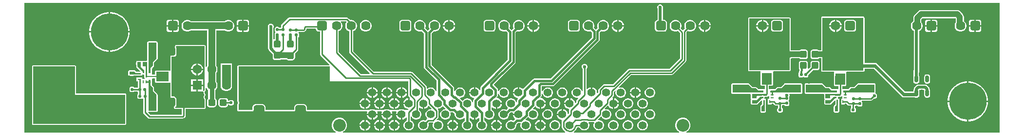
<source format=gtl>
G04*
G04 #@! TF.GenerationSoftware,Altium Limited,Altium Designer,21.2.2 (38)*
G04*
G04 Layer_Physical_Order=1*
G04 Layer_Color=255*
%FSLAX25Y25*%
%MOIN*%
G70*
G04*
G04 #@! TF.SameCoordinates,68047672-1E7F-4675-B640-9537CBAF5E22*
G04*
G04*
G04 #@! TF.FilePolarity,Positive*
G04*
G01*
G75*
%ADD15C,0.01000*%
%ADD17R,0.00984X0.02362*%
%ADD18R,0.02362X0.00984*%
%ADD19R,0.07185X0.00984*%
%ADD24R,0.00984X0.07185*%
%ADD36C,0.05500*%
G04:AMPARAMS|DCode=40|XSize=72.84mil|YSize=139.76mil|CornerRadius=18.21mil|HoleSize=0mil|Usage=FLASHONLY|Rotation=0.000|XOffset=0mil|YOffset=0mil|HoleType=Round|Shape=RoundedRectangle|*
%AMROUNDEDRECTD40*
21,1,0.07284,0.10335,0,0,0.0*
21,1,0.03642,0.13976,0,0,0.0*
1,1,0.03642,0.01821,-0.05167*
1,1,0.03642,-0.01821,-0.05167*
1,1,0.03642,-0.01821,0.05167*
1,1,0.03642,0.01821,0.05167*
%
%ADD40ROUNDEDRECTD40*%
G04:AMPARAMS|DCode=41|XSize=49.21mil|YSize=45.67mil|CornerRadius=9.82mil|HoleSize=0mil|Usage=FLASHONLY|Rotation=90.000|XOffset=0mil|YOffset=0mil|HoleType=Round|Shape=RoundedRectangle|*
%AMROUNDEDRECTD41*
21,1,0.04921,0.02603,0,0,90.0*
21,1,0.02958,0.04567,0,0,90.0*
1,1,0.01964,0.01302,0.01479*
1,1,0.01964,0.01302,-0.01479*
1,1,0.01964,-0.01302,-0.01479*
1,1,0.01964,-0.01302,0.01479*
%
%ADD41ROUNDEDRECTD41*%
G04:AMPARAMS|DCode=42|XSize=21.85mil|YSize=19.88mil|CornerRadius=4.97mil|HoleSize=0mil|Usage=FLASHONLY|Rotation=270.000|XOffset=0mil|YOffset=0mil|HoleType=Round|Shape=RoundedRectangle|*
%AMROUNDEDRECTD42*
21,1,0.02185,0.00994,0,0,270.0*
21,1,0.01191,0.01988,0,0,270.0*
1,1,0.00994,-0.00497,-0.00596*
1,1,0.00994,-0.00497,0.00596*
1,1,0.00994,0.00497,0.00596*
1,1,0.00994,0.00497,-0.00596*
%
%ADD42ROUNDEDRECTD42*%
G04:AMPARAMS|DCode=43|XSize=47.24mil|YSize=59.06mil|CornerRadius=9.92mil|HoleSize=0mil|Usage=FLASHONLY|Rotation=0.000|XOffset=0mil|YOffset=0mil|HoleType=Round|Shape=RoundedRectangle|*
%AMROUNDEDRECTD43*
21,1,0.04724,0.03921,0,0,0.0*
21,1,0.02740,0.05906,0,0,0.0*
1,1,0.01984,0.01370,-0.01961*
1,1,0.01984,-0.01370,-0.01961*
1,1,0.01984,-0.01370,0.01961*
1,1,0.01984,0.01370,0.01961*
%
%ADD43ROUNDEDRECTD43*%
G04:AMPARAMS|DCode=44|XSize=47.24mil|YSize=59.06mil|CornerRadius=9.92mil|HoleSize=0mil|Usage=FLASHONLY|Rotation=270.000|XOffset=0mil|YOffset=0mil|HoleType=Round|Shape=RoundedRectangle|*
%AMROUNDEDRECTD44*
21,1,0.04724,0.03921,0,0,270.0*
21,1,0.02740,0.05906,0,0,270.0*
1,1,0.01984,-0.01961,-0.01370*
1,1,0.01984,-0.01961,0.01370*
1,1,0.01984,0.01961,0.01370*
1,1,0.01984,0.01961,-0.01370*
%
%ADD44ROUNDEDRECTD44*%
%ADD45R,0.06811X0.04685*%
G04:AMPARAMS|DCode=46|XSize=21.85mil|YSize=19.88mil|CornerRadius=4.97mil|HoleSize=0mil|Usage=FLASHONLY|Rotation=180.000|XOffset=0mil|YOffset=0mil|HoleType=Round|Shape=RoundedRectangle|*
%AMROUNDEDRECTD46*
21,1,0.02185,0.00994,0,0,180.0*
21,1,0.01191,0.01988,0,0,180.0*
1,1,0.00994,-0.00596,0.00497*
1,1,0.00994,0.00596,0.00497*
1,1,0.00994,0.00596,-0.00497*
1,1,0.00994,-0.00596,-0.00497*
%
%ADD46ROUNDEDRECTD46*%
G04:AMPARAMS|DCode=47|XSize=49.21mil|YSize=45.67mil|CornerRadius=9.82mil|HoleSize=0mil|Usage=FLASHONLY|Rotation=180.000|XOffset=0mil|YOffset=0mil|HoleType=Round|Shape=RoundedRectangle|*
%AMROUNDEDRECTD47*
21,1,0.04921,0.02603,0,0,180.0*
21,1,0.02958,0.04567,0,0,180.0*
1,1,0.01964,-0.01479,0.01302*
1,1,0.01964,0.01479,0.01302*
1,1,0.01964,0.01479,-0.01302*
1,1,0.01964,-0.01479,-0.01302*
%
%ADD47ROUNDEDRECTD47*%
%ADD48R,0.04685X0.06811*%
G04:AMPARAMS|DCode=49|XSize=45.67mil|YSize=24.02mil|CornerRadius=5.88mil|HoleSize=0mil|Usage=FLASHONLY|Rotation=90.000|XOffset=0mil|YOffset=0mil|HoleType=Round|Shape=RoundedRectangle|*
%AMROUNDEDRECTD49*
21,1,0.04567,0.01225,0,0,90.0*
21,1,0.03390,0.02402,0,0,90.0*
1,1,0.01177,0.00612,0.01695*
1,1,0.01177,0.00612,-0.01695*
1,1,0.01177,-0.00612,-0.01695*
1,1,0.01177,-0.00612,0.01695*
%
%ADD49ROUNDEDRECTD49*%
%ADD50C,0.03150*%
%ADD51C,0.02362*%
%ADD52C,0.03937*%
%ADD53C,0.01968*%
%ADD54C,0.01575*%
%ADD55C,0.04724*%
%ADD56C,0.05906*%
%ADD57C,0.01181*%
%ADD58R,0.06299X0.06299*%
%ADD59C,0.06299*%
%ADD60C,0.25591*%
%ADD61C,0.02362*%
%ADD62C,0.08700*%
G04:AMPARAMS|DCode=63|XSize=63.78mil|YSize=63.78mil|CornerRadius=7.97mil|HoleSize=0mil|Usage=FLASHONLY|Rotation=0.000|XOffset=0mil|YOffset=0mil|HoleType=Round|Shape=RoundedRectangle|*
%AMROUNDEDRECTD63*
21,1,0.06378,0.04784,0,0,0.0*
21,1,0.04784,0.06378,0,0,0.0*
1,1,0.01595,0.02392,-0.02392*
1,1,0.01595,-0.02392,-0.02392*
1,1,0.01595,-0.02392,0.02392*
1,1,0.01595,0.02392,0.02392*
%
%ADD63ROUNDEDRECTD63*%
%ADD64C,0.06378*%
%ADD65C,0.11811*%
G36*
X722331Y101500D02*
X508140D01*
X508006Y102000D01*
X508662Y102379D01*
X509621Y103338D01*
X510299Y104512D01*
X510650Y105822D01*
Y107178D01*
X510299Y108488D01*
X509621Y109662D01*
X508662Y110621D01*
X507488Y111299D01*
X506178Y111650D01*
X504822D01*
X503512Y111299D01*
X502338Y110621D01*
X501379Y109662D01*
X500701Y108488D01*
X500350Y107178D01*
Y105822D01*
X500701Y104512D01*
X501379Y103338D01*
X502338Y102379D01*
X502994Y102000D01*
X502860Y101500D01*
X431094D01*
X430924Y102000D01*
X431816Y102684D01*
X432673Y103802D01*
X433212Y105103D01*
X433222Y105175D01*
X434680D01*
X434692Y105130D01*
X435159Y104320D01*
X435820Y103659D01*
X436630Y103192D01*
X437533Y102950D01*
X438467D01*
X439370Y103192D01*
X440180Y103659D01*
X440841Y104320D01*
X441308Y105130D01*
X441550Y106033D01*
Y106967D01*
X441308Y107870D01*
X441123Y108192D01*
X441373Y108624D01*
X444550D01*
X444839Y108124D01*
X444692Y107870D01*
X444450Y106967D01*
Y106033D01*
X444692Y105130D01*
X445159Y104320D01*
X445820Y103659D01*
X446630Y103192D01*
X447533Y102950D01*
X448467D01*
X449370Y103192D01*
X450180Y103659D01*
X450841Y104320D01*
X451308Y105130D01*
X451550Y106033D01*
Y106967D01*
X451308Y107870D01*
X450841Y108680D01*
X450180Y109341D01*
X449370Y109808D01*
X448467Y110050D01*
X447632D01*
X447348Y110474D01*
X449258Y112384D01*
X449882Y112300D01*
X450159Y111820D01*
X450820Y111159D01*
X451630Y110692D01*
X452533Y110450D01*
X453467D01*
X454370Y110692D01*
X455180Y111159D01*
X455841Y111820D01*
X456308Y112630D01*
X456550Y113533D01*
Y114467D01*
X456308Y115370D01*
X455841Y116180D01*
X455180Y116841D01*
X454370Y117308D01*
X453467Y117550D01*
X452533D01*
X452296Y117487D01*
X452037Y117935D01*
X454053Y119951D01*
X454636Y119827D01*
X454999Y119197D01*
X455697Y118499D01*
X456553Y118006D01*
X457500Y117752D01*
Y121500D01*
Y125323D01*
X457374Y125478D01*
X457267Y125665D01*
X457987Y126385D01*
X458275Y126815D01*
X458376Y127322D01*
Y129501D01*
X459149Y130274D01*
X459597Y130015D01*
X459450Y129467D01*
Y128533D01*
X459692Y127630D01*
X460159Y126820D01*
X460820Y126159D01*
X461630Y125692D01*
X462533Y125450D01*
X463467D01*
X464370Y125692D01*
X465180Y126159D01*
X465841Y126820D01*
X466308Y127630D01*
X466550Y128533D01*
Y129467D01*
X466308Y130370D01*
X465841Y131180D01*
X465180Y131841D01*
X464370Y132308D01*
X463467Y132550D01*
X462533D01*
X461985Y132403D01*
X461726Y132852D01*
X470049Y141174D01*
X498000D01*
X498507Y141275D01*
X498937Y141563D01*
X507437Y150063D01*
X507725Y150493D01*
X507826Y151000D01*
Y170451D01*
X508768Y171394D01*
X508960Y171283D01*
X509975Y171011D01*
X511025D01*
X512040Y171283D01*
X512949Y171808D01*
X513692Y172551D01*
X514217Y173460D01*
X514489Y174475D01*
Y175525D01*
X514217Y176540D01*
X513692Y177449D01*
X512949Y178192D01*
X512040Y178717D01*
X511025Y178989D01*
X509975D01*
X508960Y178717D01*
X508051Y178192D01*
X507308Y177449D01*
X506783Y176540D01*
X506511Y175525D01*
Y174475D01*
X506783Y173460D01*
X506894Y173268D01*
X505563Y171937D01*
X505448Y171926D01*
X504106Y173268D01*
X504217Y173460D01*
X504489Y174475D01*
Y175525D01*
X504217Y176540D01*
X503692Y177449D01*
X502949Y178192D01*
X502040Y178717D01*
X501025Y178989D01*
X499975D01*
X498960Y178717D01*
X498051Y178192D01*
X497308Y177449D01*
X496783Y176540D01*
X496511Y175525D01*
Y174475D01*
X496783Y173460D01*
X497308Y172551D01*
X498051Y171808D01*
X498960Y171283D01*
X499975Y171011D01*
X501025D01*
X502040Y171283D01*
X502232Y171394D01*
X503675Y169951D01*
Y152549D01*
X496451Y145326D01*
X468879D01*
X468371Y145225D01*
X467941Y144937D01*
X457830Y134826D01*
X451772D01*
X451265Y134725D01*
X450835Y134437D01*
X447974Y131576D01*
X447687Y131146D01*
X447586Y130639D01*
Y128960D01*
X447250Y128624D01*
X446750Y128832D01*
Y129494D01*
X446494Y130447D01*
X446001Y131302D01*
X445302Y132001D01*
X444448Y132494D01*
X443500Y132748D01*
Y129000D01*
X442500D01*
Y132748D01*
X441552Y132494D01*
X440697Y132001D01*
X440052Y131355D01*
X439552Y131429D01*
Y145335D01*
X439906Y145689D01*
X440207Y146417D01*
Y147205D01*
X439906Y147933D01*
X439349Y148491D01*
X438620Y148792D01*
X437832D01*
X437104Y148491D01*
X436547Y147933D01*
X436245Y147205D01*
Y146417D01*
X436547Y145689D01*
X436901Y145335D01*
Y130090D01*
X436401Y130024D01*
X436308Y130370D01*
X435841Y131180D01*
X435180Y131841D01*
X434370Y132308D01*
X433467Y132550D01*
X432533D01*
X431630Y132308D01*
X430820Y131841D01*
X430159Y131180D01*
X429692Y130370D01*
X429450Y129467D01*
Y128533D01*
X429692Y127630D01*
X430159Y126820D01*
X430820Y126159D01*
X431630Y125692D01*
X432533Y125450D01*
X433467D01*
X433704Y125514D01*
X433963Y125065D01*
X433013Y124115D01*
X432725Y123685D01*
X432624Y123178D01*
Y122272D01*
X432196Y121843D01*
X431727Y122081D01*
X431494Y122948D01*
X431001Y123802D01*
X430302Y124501D01*
X429448Y124994D01*
X428500Y125248D01*
Y121500D01*
X428000D01*
Y121000D01*
X424252D01*
X424506Y120053D01*
X424999Y119197D01*
X425698Y118499D01*
X426552Y118006D01*
X427477Y117758D01*
X427507Y117748D01*
X427739Y117250D01*
X427725Y117230D01*
X427625Y116722D01*
Y114771D01*
X427196Y114343D01*
X426727Y114581D01*
X426494Y115447D01*
X426001Y116303D01*
X425303Y117001D01*
X424447Y117494D01*
X423500Y117748D01*
Y114000D01*
X423000D01*
Y113500D01*
X419252D01*
X419506Y112552D01*
X419999Y111697D01*
X420697Y110999D01*
X421553Y110506D01*
X422467Y110260D01*
X422517Y110225D01*
X422727Y109750D01*
X422690Y109694D01*
X422589Y109187D01*
Y106757D01*
X422580Y106747D01*
X422573Y106747D01*
X422586Y106648D01*
X422589Y106183D01*
X422594Y106170D01*
X422599Y106171D01*
X422644Y106117D01*
X422708Y105708D01*
X422788Y105103D01*
X423327Y103802D01*
X424184Y102684D01*
X425076Y102000D01*
X424906Y101500D01*
X273140D01*
X273006Y102000D01*
X273662Y102379D01*
X274621Y103338D01*
X275299Y104512D01*
X275650Y105822D01*
Y107178D01*
X275299Y108488D01*
X274621Y109662D01*
X273662Y110621D01*
X272488Y111299D01*
X271178Y111650D01*
X269822D01*
X268512Y111299D01*
X267338Y110621D01*
X266379Y109662D01*
X265701Y108488D01*
X265350Y107178D01*
Y105822D01*
X265701Y104512D01*
X266379Y103338D01*
X267338Y102379D01*
X267994Y102000D01*
X267860Y101500D01*
X55000D01*
Y190697D01*
X722331D01*
Y101500D01*
D02*
G37*
%LPC*%
G36*
X195019Y178989D02*
X193969D01*
X192954Y178717D01*
X192045Y178192D01*
X192006Y178154D01*
X168988D01*
X168949Y178192D01*
X168040Y178717D01*
X167025Y178989D01*
X165975D01*
X164960Y178717D01*
X164051Y178192D01*
X163308Y177449D01*
X162783Y176540D01*
X162511Y175525D01*
Y174475D01*
X162783Y173460D01*
X163308Y172551D01*
X164051Y171808D01*
X164960Y171283D01*
X165975Y171011D01*
X167025D01*
X168040Y171283D01*
X168891Y171775D01*
X180066D01*
Y156195D01*
X179964Y155417D01*
Y147375D01*
X179473Y146525D01*
X179469Y146510D01*
X178969Y146576D01*
Y161000D01*
X178907Y161312D01*
X178730Y161577D01*
X178466Y161754D01*
X178154Y161816D01*
X158905D01*
X158788Y161792D01*
X158668Y161781D01*
X158633Y161761D01*
X158593Y161754D01*
X158494Y161687D01*
X158388Y161630D01*
X158362Y161599D01*
X158328Y161577D01*
X158262Y161477D01*
X158186Y161384D01*
X157919Y160884D01*
X157884Y160770D01*
X157838Y160659D01*
Y160619D01*
X157826Y160580D01*
X157838Y160461D01*
Y160341D01*
X157853Y160303D01*
X157858Y160263D01*
X157914Y160158D01*
X157960Y160047D01*
X158097Y159842D01*
X158189Y159380D01*
Y155620D01*
X158097Y155158D01*
X157881Y154835D01*
X157558Y154620D01*
X157097Y154528D01*
X155654D01*
X155341Y154466D01*
X155077Y154289D01*
X154900Y154024D01*
X154838Y153712D01*
Y144300D01*
X154743Y144205D01*
X154296D01*
X154243Y144205D01*
X151226D01*
X151164Y144218D01*
X145164D01*
X144852Y144156D01*
X144587Y143979D01*
X144410Y143714D01*
X144348Y143402D01*
Y141292D01*
X142602D01*
X142213Y141562D01*
Y145524D01*
X142488Y145911D01*
X143449Y146872D01*
X143626Y147137D01*
X143688Y147449D01*
X143688Y147449D01*
Y149611D01*
X145949Y151872D01*
X146126Y152137D01*
X146188Y152449D01*
X146188Y152449D01*
X146188Y163449D01*
X146126Y163761D01*
X145949Y164026D01*
X145685Y164202D01*
X145372Y164265D01*
X139872Y164265D01*
X139560Y164202D01*
X139296Y164026D01*
X139119Y163761D01*
X139057Y163449D01*
X139057Y151309D01*
X138557Y150882D01*
X135864Y150882D01*
X135552Y150820D01*
X135288Y150643D01*
X135274D01*
X135270Y150648D01*
X135005Y150825D01*
X134693Y150887D01*
X132372Y150887D01*
X132060Y150825D01*
X131796Y150648D01*
X131619Y150384D01*
X131557Y150072D01*
Y149963D01*
X131464Y149497D01*
Y148503D01*
X131557Y148037D01*
Y146871D01*
X131557Y146871D01*
X131619Y146559D01*
X131796Y146294D01*
X131796Y146294D01*
X134328Y143762D01*
X134121Y143262D01*
X131713D01*
X130837Y144138D01*
X130572Y144314D01*
X130260Y144377D01*
X130260Y144377D01*
X126878D01*
X126566Y144314D01*
X126301Y144138D01*
X126124Y143873D01*
X126062Y143561D01*
Y141449D01*
X126124Y141137D01*
X126301Y140872D01*
X126566Y140695D01*
X126878Y140633D01*
X127328D01*
X127474Y140535D01*
X127980Y140435D01*
X128974D01*
X129481Y140535D01*
X129627Y140633D01*
X134781D01*
X134998Y140676D01*
X135521D01*
Y141116D01*
X135534Y141137D01*
X135596Y141449D01*
X135872Y141528D01*
X136562Y141528D01*
X137062Y141095D01*
Y139498D01*
X137124Y139186D01*
X137290Y138938D01*
X137271Y138839D01*
X137125Y138438D01*
X135521D01*
Y139324D01*
X134042D01*
X133874Y139357D01*
X133539D01*
X133372Y139324D01*
X131558D01*
Y136739D01*
X132556D01*
Y132569D01*
X132362Y132440D01*
X130299D01*
X130086Y132759D01*
X129657Y133046D01*
X129151Y133146D01*
X128156D01*
X127650Y133046D01*
X127221Y132759D01*
X126935Y132330D01*
X126834Y131824D01*
Y130633D01*
X126935Y130127D01*
X127221Y129698D01*
X127650Y129411D01*
X128156Y129310D01*
X129151D01*
X129657Y129411D01*
X130086Y129698D01*
X130147Y129789D01*
X132204D01*
X132351Y129568D01*
X132671Y129355D01*
Y127993D01*
X132580Y127932D01*
X132293Y127503D01*
X132192Y126997D01*
Y126003D01*
X132293Y125497D01*
X132580Y125068D01*
X133009Y124781D01*
X133515Y124680D01*
X134706D01*
X135212Y124781D01*
X135558Y125013D01*
X135881Y125059D01*
X136064Y124937D01*
X136328Y124653D01*
Y123000D01*
Y115347D01*
X136429Y114839D01*
X136716Y114409D01*
X139648Y111477D01*
X140079Y111190D01*
X140586Y111089D01*
X141414D01*
X141846Y111174D01*
X163414D01*
X163921Y111275D01*
X164351Y111563D01*
X164937Y112148D01*
X165225Y112578D01*
X165325Y113086D01*
Y117684D01*
X178154D01*
X178466Y117746D01*
X178730Y117923D01*
X178907Y118188D01*
X178969Y118500D01*
Y124545D01*
X178969Y124545D01*
X178907Y124857D01*
X178730Y125121D01*
X178730Y125122D01*
X178512Y125340D01*
X178335Y125768D01*
Y126232D01*
X178512Y126660D01*
X178730Y126878D01*
X178907Y127143D01*
X178969Y127455D01*
X178969Y127455D01*
Y127545D01*
X178969Y127545D01*
X178907Y127857D01*
X178730Y128121D01*
X178730Y128122D01*
X178512Y128340D01*
X178335Y128768D01*
Y129212D01*
X178305Y129360D01*
X178279Y129509D01*
X178267Y129538D01*
X178379Y129592D01*
X178488Y129674D01*
X178602Y129750D01*
X178730Y129878D01*
X178907Y130143D01*
X178969Y130455D01*
X178969Y130455D01*
Y132424D01*
X179469Y132490D01*
X179473Y132475D01*
X179993Y131575D01*
X180728Y130840D01*
X180783Y130808D01*
Y124781D01*
X180492Y124586D01*
X180099Y123997D01*
X179960Y123302D01*
Y120698D01*
X180099Y120003D01*
X180492Y119414D01*
X181082Y119020D01*
X181777Y118882D01*
X184735D01*
X185430Y119020D01*
X186019Y119414D01*
X186413Y120003D01*
X186551Y120698D01*
Y123302D01*
X186413Y123997D01*
X186019Y124586D01*
X185626Y124849D01*
Y130887D01*
X186314Y131575D01*
X186834Y132475D01*
X187103Y133480D01*
Y134520D01*
X186834Y135524D01*
X186343Y136375D01*
Y142625D01*
X186834Y143475D01*
X187103Y144480D01*
Y145520D01*
X186834Y146525D01*
X186343Y147375D01*
Y154722D01*
X186445Y155500D01*
Y171775D01*
X192103D01*
X192954Y171283D01*
X193969Y171011D01*
X195019D01*
X196034Y171283D01*
X196943Y171808D01*
X197686Y172551D01*
X198211Y173460D01*
X198483Y174475D01*
Y175525D01*
X198211Y176540D01*
X197686Y177449D01*
X196943Y178192D01*
X196034Y178717D01*
X195019Y178989D01*
D02*
G37*
G36*
X677892Y179224D02*
X676000D01*
Y175500D01*
X679724D01*
Y177392D01*
X679585Y178093D01*
X679187Y178688D01*
X678593Y179085D01*
X677892Y179224D01*
D02*
G37*
G36*
X707892D02*
X706000D01*
Y175500D01*
X709724D01*
Y177392D01*
X709585Y178093D01*
X709188Y178688D01*
X708593Y179085D01*
X707892Y179224D01*
D02*
G37*
G36*
X206886D02*
X204994D01*
Y175500D01*
X208718D01*
Y177392D01*
X208579Y178093D01*
X208181Y178688D01*
X207587Y179085D01*
X206886Y179224D01*
D02*
G37*
G36*
X521052Y179189D02*
X521000D01*
Y175500D01*
X524689D01*
Y175551D01*
X524403Y176617D01*
X523852Y177572D01*
X523072Y178352D01*
X522117Y178903D01*
X521052Y179189D01*
D02*
G37*
G36*
X520000D02*
X519948D01*
X518883Y178903D01*
X517928Y178352D01*
X517148Y177572D01*
X516597Y176617D01*
X516311Y175551D01*
Y175500D01*
X520000D01*
Y179189D01*
D02*
G37*
G36*
X461577D02*
X461526D01*
Y175500D01*
X465215D01*
Y175551D01*
X464929Y176617D01*
X464378Y177572D01*
X463598Y178352D01*
X462643Y178903D01*
X461577Y179189D01*
D02*
G37*
G36*
X460526D02*
X460474D01*
X459409Y178903D01*
X458454Y178352D01*
X457674Y177572D01*
X457122Y176617D01*
X456837Y175551D01*
Y175500D01*
X460526D01*
Y179189D01*
D02*
G37*
G36*
X403801D02*
X403750D01*
Y175500D01*
X407439D01*
Y175551D01*
X407154Y176617D01*
X406602Y177572D01*
X405822Y178352D01*
X404867Y178903D01*
X403801Y179189D01*
D02*
G37*
G36*
X402750D02*
X402699D01*
X401633Y178903D01*
X400678Y178352D01*
X399898Y177572D01*
X399346Y176617D01*
X399061Y175551D01*
Y175500D01*
X402750D01*
Y179189D01*
D02*
G37*
G36*
X346159D02*
X346108D01*
Y175500D01*
X349797D01*
Y175551D01*
X349511Y176617D01*
X348960Y177572D01*
X348180Y178352D01*
X347224Y178903D01*
X346159Y179189D01*
D02*
G37*
G36*
X345108D02*
X345056D01*
X343991Y178903D01*
X343035Y178352D01*
X342255Y177572D01*
X341704Y176617D01*
X341419Y175551D01*
Y175500D01*
X345108D01*
Y179189D01*
D02*
G37*
G36*
X158892Y179224D02*
X157000D01*
Y175500D01*
X160724D01*
Y177392D01*
X160585Y178093D01*
X160187Y178688D01*
X159593Y179085D01*
X158892Y179224D01*
D02*
G37*
G36*
X156000D02*
X154108D01*
X153407Y179085D01*
X152813Y178688D01*
X152415Y178093D01*
X152276Y177392D01*
Y175500D01*
X156000D01*
Y179224D01*
D02*
G37*
G36*
X675000D02*
X673108D01*
X672407Y179085D01*
X671812Y178688D01*
X671415Y178093D01*
X671276Y177392D01*
Y175500D01*
X675000D01*
Y179224D01*
D02*
G37*
G36*
X705000D02*
X703108D01*
X702407Y179085D01*
X701813Y178688D01*
X701415Y178093D01*
X701276Y177392D01*
Y175500D01*
X705000D01*
Y179224D01*
D02*
G37*
G36*
X203994D02*
X202102D01*
X201401Y179085D01*
X200806Y178688D01*
X200409Y178093D01*
X200270Y177392D01*
Y175500D01*
X203994D01*
Y179224D01*
D02*
G37*
G36*
X275500Y180825D02*
X236500D01*
X235993Y180725D01*
X235563Y180437D01*
X231063Y175937D01*
X230775Y175507D01*
X230675Y175000D01*
Y173976D01*
X230568Y173905D01*
X230431Y173699D01*
X229569D01*
X229432Y173905D01*
X229003Y174191D01*
X228497Y174292D01*
X227503D01*
X226997Y174191D01*
X226568Y173905D01*
X226281Y173476D01*
X226181Y172969D01*
Y171779D01*
X226281Y171273D01*
X226513Y170926D01*
X226559Y170602D01*
X226513Y170279D01*
X226281Y169932D01*
X226181Y169426D01*
Y168235D01*
X226181Y168234D01*
Y165822D01*
X225730Y165587D01*
X225319Y165819D01*
Y173715D01*
X225481Y174106D01*
Y174894D01*
X225180Y175622D01*
X224622Y176180D01*
X223894Y176481D01*
X223106D01*
X222378Y176180D01*
X221820Y175622D01*
X221519Y174894D01*
Y174106D01*
X221681Y173715D01*
Y159382D01*
X221681Y159382D01*
X221819Y158686D01*
X222214Y158096D01*
X224882Y155428D01*
Y153226D01*
X225020Y152531D01*
X225414Y151941D01*
X226003Y151548D01*
X226698Y151409D01*
X229302D01*
X229997Y151548D01*
X230415Y151827D01*
X234476D01*
X234513Y151771D01*
X235103Y151377D01*
X235798Y151239D01*
X238401D01*
X239097Y151377D01*
X239686Y151771D01*
X240080Y152360D01*
X240218Y153056D01*
Y155949D01*
X242037Y157767D01*
X242324Y158197D01*
X242425Y158705D01*
Y167058D01*
X242532Y167130D01*
X242819Y167559D01*
X242919Y168065D01*
Y169256D01*
X242819Y169762D01*
X242587Y170108D01*
X242541Y170432D01*
X242587Y170755D01*
X242669Y170878D01*
X246211D01*
X246718Y170979D01*
X247148Y171266D01*
X247734Y171852D01*
X248021Y172282D01*
X248122Y172789D01*
Y173175D01*
X254480D01*
Y172608D01*
X254604Y171985D01*
X254957Y171457D01*
X255485Y171104D01*
X256108Y170980D01*
X257174D01*
Y155500D01*
X257275Y154993D01*
X257563Y154563D01*
X263810Y148316D01*
X263603Y147816D01*
X201500D01*
X201188Y147754D01*
X200923Y147577D01*
X200746Y147312D01*
X200684Y147000D01*
X200684Y123802D01*
Y123366D01*
X200700Y123287D01*
Y123207D01*
X200731Y123133D01*
X200746Y123054D01*
X200791Y122987D01*
X200822Y122913D01*
X200974Y122685D01*
X201027Y122417D01*
Y121583D01*
X200974Y121315D01*
X200822Y121087D01*
X200791Y121013D01*
X200746Y120946D01*
X200731Y120867D01*
X200700Y120793D01*
Y120713D01*
X200684Y120634D01*
Y117000D01*
X200746Y116688D01*
X200923Y116423D01*
X201188Y116246D01*
X201500Y116184D01*
X211036D01*
X211348Y116246D01*
X211612Y116423D01*
X211789Y116688D01*
X211851Y117000D01*
Y118378D01*
X211920Y118902D01*
X212102Y119342D01*
X212392Y119719D01*
X212769Y120008D01*
X213208Y120190D01*
X213733Y120259D01*
X217267D01*
X217792Y120190D01*
X218231Y120008D01*
X218608Y119719D01*
X218898Y119342D01*
X219080Y118902D01*
X219149Y118378D01*
Y117000D01*
X219211Y116688D01*
X219388Y116423D01*
X219652Y116246D01*
X219964Y116184D01*
X235449D01*
X239536Y116184D01*
X239848Y116246D01*
X240112Y116423D01*
X240289Y116688D01*
X240351Y117000D01*
Y118378D01*
X240420Y118902D01*
X240602Y119342D01*
X240892Y119719D01*
X241269Y120008D01*
X241708Y120190D01*
X242233Y120259D01*
X245767D01*
X246292Y120190D01*
X246731Y120008D01*
X247108Y119719D01*
X247398Y119342D01*
X247580Y118902D01*
X247649Y118378D01*
Y117000D01*
X247711Y116688D01*
X247888Y116423D01*
X248152Y116246D01*
X248464Y116184D01*
X289431Y116184D01*
X289681Y115751D01*
X289506Y115447D01*
X289252Y114500D01*
X296748D01*
X296494Y115447D01*
X296319Y115751D01*
X296569Y116184D01*
X299431D01*
X299681Y115751D01*
X299506Y115447D01*
X299252Y114500D01*
X306748D01*
X306494Y115447D01*
X306319Y115751D01*
X306569Y116184D01*
X309431D01*
X309681Y115751D01*
X309506Y115447D01*
X309252Y114500D01*
X313000D01*
Y114000D01*
X313500D01*
Y110252D01*
X314447Y110506D01*
X315303Y110999D01*
X316001Y111697D01*
X316175Y111998D01*
X316674Y111864D01*
Y109820D01*
X316630Y109808D01*
X315820Y109341D01*
X315159Y108680D01*
X314692Y107870D01*
X314450Y106967D01*
Y106033D01*
X314692Y105130D01*
X315159Y104320D01*
X315820Y103659D01*
X316630Y103192D01*
X317533Y102950D01*
X318467D01*
X319370Y103192D01*
X320180Y103659D01*
X320841Y104320D01*
X321308Y105130D01*
X321550Y106033D01*
Y106967D01*
X321308Y107870D01*
X320841Y108680D01*
X320180Y109341D01*
X319370Y109808D01*
X319325Y109820D01*
Y112265D01*
X319826Y112399D01*
X320159Y111820D01*
X320820Y111159D01*
X321630Y110692D01*
X322533Y110450D01*
X323467D01*
X324370Y110692D01*
X325180Y111159D01*
X325841Y111820D01*
X326308Y112630D01*
X326550Y113533D01*
Y114467D01*
X326308Y115370D01*
X325841Y116180D01*
X325180Y116841D01*
X324875Y117016D01*
Y118614D01*
X325376Y118821D01*
X325697Y118499D01*
X326553Y118006D01*
X327500Y117752D01*
Y121500D01*
X328500D01*
Y117752D01*
X329447Y118006D01*
X330303Y118499D01*
X331001Y119197D01*
X331264Y119654D01*
X331889Y119736D01*
X333652Y117974D01*
X333368Y117550D01*
X332533D01*
X331630Y117308D01*
X330820Y116841D01*
X330159Y116180D01*
X329692Y115370D01*
X329450Y114467D01*
Y113533D01*
X329692Y112630D01*
X330159Y111820D01*
X330521Y111458D01*
X330458Y110815D01*
X330404Y110779D01*
X329410Y109785D01*
X329370Y109808D01*
X328467Y110050D01*
X327533D01*
X326630Y109808D01*
X325820Y109341D01*
X325159Y108680D01*
X324692Y107870D01*
X324450Y106967D01*
Y106033D01*
X324692Y105130D01*
X325159Y104320D01*
X325820Y103659D01*
X326630Y103192D01*
X327533Y102950D01*
X328467D01*
X329370Y103192D01*
X330180Y103659D01*
X330841Y104320D01*
X331308Y105130D01*
X331550Y106033D01*
Y106967D01*
X331308Y107870D01*
X331285Y107910D01*
X331891Y108516D01*
X334488D01*
X334664Y108323D01*
X334797Y108052D01*
X334692Y107870D01*
X334450Y106967D01*
Y106033D01*
X334692Y105130D01*
X335159Y104320D01*
X335820Y103659D01*
X336630Y103192D01*
X337533Y102950D01*
X338467D01*
X339370Y103192D01*
X340180Y103659D01*
X340841Y104320D01*
X341308Y105130D01*
X341550Y106033D01*
Y106967D01*
X341308Y107870D01*
X340841Y108680D01*
X340180Y109341D01*
X339370Y109808D01*
X338467Y110050D01*
X337533D01*
X337296Y109986D01*
X337037Y110435D01*
X337987Y111385D01*
X338275Y111815D01*
X338375Y112322D01*
Y116450D01*
X338275Y116957D01*
X337987Y117387D01*
X337925Y117450D01*
X338132Y117950D01*
X338467D01*
X339370Y118192D01*
X340180Y118659D01*
X340841Y119320D01*
X340917Y119453D01*
X341542Y119535D01*
X343027Y118050D01*
X342820Y117550D01*
X342533D01*
X341630Y117308D01*
X340820Y116841D01*
X340159Y116180D01*
X339692Y115370D01*
X339450Y114467D01*
Y113533D01*
X339692Y112630D01*
X340159Y111820D01*
X340820Y111159D01*
X341630Y110692D01*
X342533Y110450D01*
X343467D01*
X344370Y110692D01*
X345180Y111159D01*
X345841Y111820D01*
X346308Y112630D01*
X346550Y113533D01*
Y114467D01*
X346395Y115044D01*
X346757Y115544D01*
X348263D01*
X349450Y114357D01*
Y113533D01*
X349692Y112630D01*
X350159Y111820D01*
X350820Y111159D01*
X351630Y110692D01*
X352533Y110450D01*
X353467D01*
X354370Y110692D01*
X355180Y111159D01*
X355841Y111820D01*
X355882Y111891D01*
X356382Y111757D01*
Y109665D01*
X355820Y109341D01*
X355159Y108680D01*
X354692Y107870D01*
X354450Y106967D01*
Y106033D01*
X354692Y105130D01*
X355159Y104320D01*
X355820Y103659D01*
X356630Y103192D01*
X357533Y102950D01*
X358467D01*
X359370Y103192D01*
X360180Y103659D01*
X360841Y104320D01*
X361308Y105130D01*
X361550Y106033D01*
Y106967D01*
X361308Y107870D01*
X360841Y108680D01*
X360180Y109341D01*
X359618Y109665D01*
Y111409D01*
X360119Y111578D01*
X360697Y110999D01*
X361553Y110506D01*
X362500Y110252D01*
Y114000D01*
X363500D01*
Y110252D01*
X364447Y110506D01*
X365303Y110999D01*
X365881Y111578D01*
X366382Y111409D01*
Y109665D01*
X365820Y109341D01*
X365159Y108680D01*
X364692Y107870D01*
X364450Y106967D01*
Y106033D01*
X364692Y105130D01*
X365159Y104320D01*
X365820Y103659D01*
X366630Y103192D01*
X367533Y102950D01*
X368467D01*
X369370Y103192D01*
X370180Y103659D01*
X370841Y104320D01*
X371308Y105130D01*
X371550Y106033D01*
Y106967D01*
X371308Y107870D01*
X370841Y108680D01*
X370180Y109341D01*
X369619Y109665D01*
Y111757D01*
X370118Y111891D01*
X370159Y111820D01*
X370820Y111159D01*
X371630Y110692D01*
X372533Y110450D01*
X373467D01*
X374370Y110692D01*
X375180Y111159D01*
X375841Y111820D01*
X376308Y112630D01*
X376550Y113533D01*
Y114467D01*
X376308Y115370D01*
X375841Y116180D01*
X375180Y116841D01*
X374619Y117165D01*
Y118910D01*
X375118Y119078D01*
X375697Y118499D01*
X376553Y118006D01*
X377500Y117752D01*
Y121500D01*
X378000D01*
Y122000D01*
X381748D01*
X381494Y122948D01*
X381001Y123802D01*
X380303Y124501D01*
X379447Y124994D01*
X378494Y125250D01*
X378326D01*
X378135Y125712D01*
X378482Y126059D01*
X378833Y126584D01*
X378956Y127203D01*
Y128518D01*
X379450Y128533D01*
X379692Y127630D01*
X380159Y126820D01*
X380820Y126159D01*
X381630Y125692D01*
X382533Y125450D01*
X383467D01*
X384370Y125692D01*
X385180Y126159D01*
X385841Y126820D01*
X386308Y127630D01*
X386550Y128533D01*
Y129467D01*
X386308Y130370D01*
X385841Y131180D01*
X385180Y131841D01*
X384370Y132308D01*
X383467Y132550D01*
X382533D01*
X381630Y132308D01*
X380820Y131841D01*
X380159Y131180D01*
X379692Y130370D01*
X379450Y129467D01*
X378956Y129482D01*
Y130797D01*
X378833Y131416D01*
X378482Y131941D01*
X376106Y134317D01*
X390645Y148855D01*
X390995Y149381D01*
X391119Y150000D01*
Y170330D01*
X391995Y171206D01*
X392725Y171011D01*
X393775D01*
X394790Y171283D01*
X395699Y171808D01*
X396442Y172551D01*
X396967Y173460D01*
X397239Y174475D01*
Y175525D01*
X396967Y176540D01*
X396442Y177449D01*
X395699Y178192D01*
X394790Y178717D01*
X393775Y178989D01*
X392725D01*
X391710Y178717D01*
X390801Y178192D01*
X390058Y177449D01*
X389533Y176540D01*
X389261Y175525D01*
Y174475D01*
X389533Y173460D01*
X389584Y173372D01*
X388375Y172164D01*
X386991Y173548D01*
X387239Y174475D01*
Y175525D01*
X386967Y176540D01*
X386442Y177449D01*
X385699Y178192D01*
X384790Y178717D01*
X383775Y178989D01*
X382725D01*
X381710Y178717D01*
X380801Y178192D01*
X380058Y177449D01*
X379533Y176540D01*
X379261Y175525D01*
Y174475D01*
X379533Y173460D01*
X380058Y172551D01*
X380801Y171808D01*
X381710Y171283D01*
X382725Y171011D01*
X383775D01*
X384702Y171259D01*
X385807Y170154D01*
Y151596D01*
X367355Y133144D01*
X367005Y132619D01*
X366881Y132000D01*
Y130777D01*
X366382Y130643D01*
X366001Y131302D01*
X365303Y132001D01*
X364447Y132494D01*
X363500Y132748D01*
Y129000D01*
X363000D01*
Y128500D01*
X359252D01*
X359506Y127552D01*
X359999Y126698D01*
X360697Y125999D01*
X361553Y125506D01*
X362413Y125275D01*
X362648Y124803D01*
X362518Y124673D01*
X362167Y124148D01*
X362044Y123529D01*
Y121982D01*
X361550Y121967D01*
X361308Y122870D01*
X360841Y123680D01*
X360180Y124341D01*
X359370Y124808D01*
X358467Y125050D01*
X357533D01*
X356630Y124808D01*
X355820Y124341D01*
X355159Y123680D01*
X355077Y123537D01*
X354458Y123465D01*
X352973Y124950D01*
X353180Y125450D01*
X353467D01*
X354370Y125692D01*
X355180Y126159D01*
X355841Y126820D01*
X356308Y127630D01*
X356550Y128533D01*
Y129467D01*
X356308Y130370D01*
X355841Y131180D01*
X355180Y131841D01*
X354370Y132308D01*
X353467Y132550D01*
X352533D01*
X351630Y132308D01*
X350820Y131841D01*
X350159Y131180D01*
X349692Y130370D01*
X349450Y129467D01*
X348956Y129482D01*
Y132097D01*
X348833Y132716D01*
X348482Y133241D01*
X333618Y148105D01*
Y169830D01*
X334860Y171071D01*
X335082Y171011D01*
X336133D01*
X337147Y171283D01*
X338057Y171808D01*
X338800Y172551D01*
X339325Y173460D01*
X339597Y174475D01*
Y175525D01*
X339325Y176540D01*
X338800Y177449D01*
X338057Y178192D01*
X337147Y178717D01*
X336133Y178989D01*
X335082D01*
X334068Y178717D01*
X333158Y178192D01*
X332416Y177449D01*
X331890Y176540D01*
X331619Y175525D01*
Y174475D01*
X331890Y173460D01*
X332176Y172965D01*
X331000Y171789D01*
X329326Y173463D01*
X329597Y174475D01*
Y175525D01*
X329325Y176540D01*
X328800Y177449D01*
X328057Y178192D01*
X327147Y178717D01*
X326133Y178989D01*
X325082D01*
X324068Y178717D01*
X323158Y178192D01*
X322416Y177449D01*
X321890Y176540D01*
X321619Y175525D01*
Y174475D01*
X321890Y173460D01*
X322416Y172551D01*
X323158Y171808D01*
X324068Y171283D01*
X325082Y171011D01*
X326133D01*
X326975Y171237D01*
X328307Y169904D01*
Y146575D01*
X328430Y145955D01*
X328781Y145430D01*
X336881Y137330D01*
Y130162D01*
X336382Y130096D01*
X336308Y130370D01*
X335841Y131180D01*
X335180Y131841D01*
X334370Y132308D01*
X333467Y132550D01*
X332533D01*
X331630Y132308D01*
X330820Y131841D01*
X330737Y131758D01*
X330276Y131949D01*
Y132657D01*
X330175Y133164D01*
X329887Y133594D01*
X320544Y142937D01*
X320114Y143225D01*
X319607Y143325D01*
X294049D01*
X279825Y157549D01*
Y171225D01*
X280040Y171283D01*
X280949Y171808D01*
X281692Y172551D01*
X282217Y173460D01*
X282489Y174475D01*
Y175525D01*
X282217Y176540D01*
X281692Y177449D01*
X280949Y178192D01*
X280040Y178717D01*
X279025Y178989D01*
X277975D01*
X277869Y178961D01*
X277234Y179595D01*
X277144Y179730D01*
X276437Y180437D01*
X276007Y180725D01*
X275500Y180825D01*
D02*
G37*
G36*
X451551Y178989D02*
X450501D01*
X449486Y178717D01*
X448577Y178192D01*
X447834Y177449D01*
X447309Y176540D01*
X447037Y175525D01*
Y174475D01*
X447285Y173548D01*
X446000Y172263D01*
X444756Y173507D01*
X445015Y174475D01*
Y175525D01*
X444743Y176540D01*
X444218Y177449D01*
X443475Y178192D01*
X442566Y178717D01*
X441551Y178989D01*
X440501D01*
X439486Y178717D01*
X438577Y178192D01*
X437834Y177449D01*
X437309Y176540D01*
X437037Y175525D01*
Y174475D01*
X437309Y173460D01*
X437834Y172551D01*
X438577Y171808D01*
X439486Y171283D01*
X440501Y171011D01*
X441551D01*
X442437Y171248D01*
X443307Y170378D01*
Y167030D01*
X414970Y138693D01*
X404075D01*
X403455Y138570D01*
X402930Y138219D01*
X396338Y131626D01*
X396188Y131483D01*
X395684Y131620D01*
X395303Y132001D01*
X394447Y132494D01*
X393500Y132748D01*
Y129000D01*
X393000D01*
Y128500D01*
X389252D01*
X389506Y127552D01*
X389999Y126698D01*
X390697Y125999D01*
X391553Y125506D01*
X392413Y125275D01*
X392648Y124803D01*
X392518Y124673D01*
X392167Y124148D01*
X392044Y123529D01*
Y121982D01*
X391550Y121967D01*
X391308Y122870D01*
X390841Y123680D01*
X390180Y124341D01*
X389370Y124808D01*
X388467Y125050D01*
X387533D01*
X386630Y124808D01*
X385820Y124341D01*
X385159Y123680D01*
X384692Y122870D01*
X384450Y121967D01*
Y121033D01*
X384692Y120130D01*
X385159Y119320D01*
X385712Y118768D01*
X385806Y118562D01*
X385742Y118127D01*
X384721Y117105D01*
X384370Y117308D01*
X383467Y117550D01*
X382533D01*
X381630Y117308D01*
X380820Y116841D01*
X380159Y116180D01*
X379692Y115370D01*
X379450Y114467D01*
Y113533D01*
X379692Y112630D01*
X380159Y111820D01*
X380820Y111159D01*
X381630Y110692D01*
X382533Y110450D01*
X383467D01*
X384370Y110692D01*
X385180Y111159D01*
X385841Y111820D01*
X386308Y112630D01*
X386550Y113533D01*
Y114357D01*
X387737Y115544D01*
X389014D01*
X389398Y115044D01*
X389252Y114500D01*
X393000D01*
Y113500D01*
X389252D01*
X389506Y112552D01*
X389999Y111697D01*
X390697Y110999D01*
X390596Y110480D01*
X389721Y109606D01*
X389370Y109808D01*
X388467Y110050D01*
X387533D01*
X386630Y109808D01*
X385820Y109341D01*
X385159Y108680D01*
X384692Y107870D01*
X384450Y106967D01*
Y106033D01*
X384692Y105130D01*
X385159Y104320D01*
X385820Y103659D01*
X386630Y103192D01*
X387533Y102950D01*
X388467D01*
X389370Y103192D01*
X390180Y103659D01*
X390841Y104320D01*
X391308Y105130D01*
X391550Y106033D01*
Y106857D01*
X392738Y108044D01*
X394243D01*
X394604Y107544D01*
X394450Y106967D01*
Y106033D01*
X394692Y105130D01*
X395159Y104320D01*
X395820Y103659D01*
X396630Y103192D01*
X397533Y102950D01*
X398467D01*
X399370Y103192D01*
X400180Y103659D01*
X400841Y104320D01*
X401308Y105130D01*
X401550Y106033D01*
Y106967D01*
X401308Y107870D01*
X400841Y108680D01*
X400180Y109341D01*
X399370Y109808D01*
X398467Y110050D01*
X398180D01*
X397973Y110550D01*
X399458Y112035D01*
X400083Y111953D01*
X400159Y111820D01*
X400820Y111159D01*
X401630Y110692D01*
X402533Y110450D01*
X403467D01*
X404370Y110692D01*
X405180Y111159D01*
X405841Y111820D01*
X406308Y112630D01*
X406550Y113533D01*
Y114467D01*
X406308Y115370D01*
X405841Y116180D01*
X405180Y116841D01*
X404370Y117308D01*
X403467Y117550D01*
X403180D01*
X402973Y118050D01*
X404144Y119222D01*
X404286Y119433D01*
X404874Y119414D01*
X404999Y119197D01*
X405697Y118499D01*
X406553Y118006D01*
X407500Y117752D01*
Y121500D01*
X408000D01*
Y122000D01*
X411748D01*
X411494Y122948D01*
X411001Y123802D01*
X410302Y124501D01*
X409447Y124994D01*
X408494Y125250D01*
X408326D01*
X408135Y125712D01*
X408482Y126059D01*
X408833Y126584D01*
X408956Y127203D01*
Y128518D01*
X409450Y128533D01*
X409692Y127630D01*
X410159Y126820D01*
X410820Y126159D01*
X411630Y125692D01*
X412533Y125450D01*
X413467D01*
X414370Y125692D01*
X415180Y126159D01*
X415841Y126820D01*
X416308Y127630D01*
X416550Y128533D01*
Y129467D01*
X416308Y130370D01*
X415841Y131180D01*
X415180Y131841D01*
X414370Y132308D01*
X413467Y132550D01*
X412533D01*
X411630Y132308D01*
X410820Y131841D01*
X410159Y131180D01*
X409692Y130370D01*
X409450Y129467D01*
X408956Y129482D01*
Y133381D01*
X416500D01*
X417119Y133505D01*
X417644Y133855D01*
X448144Y164356D01*
X448495Y164881D01*
X448619Y165500D01*
Y170304D01*
X449574Y171259D01*
X450501Y171011D01*
X451551D01*
X452566Y171283D01*
X453475Y171808D01*
X454218Y172551D01*
X454743Y173460D01*
X455015Y174475D01*
Y175525D01*
X454743Y176540D01*
X454218Y177449D01*
X453475Y178192D01*
X452566Y178717D01*
X451551Y178989D01*
D02*
G37*
G36*
X114330Y184551D02*
X113744D01*
Y171256D01*
X127039D01*
Y171842D01*
X126700Y173986D01*
X126029Y176051D01*
X125043Y177986D01*
X123767Y179743D01*
X122231Y181278D01*
X120474Y182555D01*
X118540Y183540D01*
X116474Y184212D01*
X114330Y184551D01*
D02*
G37*
G36*
X112744D02*
X112158D01*
X110014Y184212D01*
X107949Y183540D01*
X106014Y182555D01*
X104257Y181278D01*
X102722Y179743D01*
X101445Y177986D01*
X100460Y176051D01*
X99788Y173986D01*
X99449Y171842D01*
Y171256D01*
X112744D01*
Y184551D01*
D02*
G37*
G36*
X693194Y185792D02*
X668500D01*
X667777Y185697D01*
X667104Y185418D01*
X666526Y184975D01*
X663993Y182442D01*
X663549Y181863D01*
X663270Y181190D01*
X663175Y180467D01*
Y178264D01*
X663051Y178192D01*
X662308Y177449D01*
X661783Y176540D01*
X661511Y175525D01*
Y174475D01*
X661783Y173460D01*
X662308Y172551D01*
X663051Y171808D01*
X663561Y171514D01*
Y144662D01*
X663454Y144503D01*
X663354Y143997D01*
Y143003D01*
X663441Y142566D01*
Y140731D01*
X663340Y140579D01*
X663232Y140038D01*
Y136647D01*
X663340Y136106D01*
X663647Y135646D01*
X664106Y135340D01*
X664647Y135232D01*
X665872D01*
X666414Y135340D01*
X666873Y135646D01*
X667180Y136106D01*
X667288Y136647D01*
Y140038D01*
X667180Y140579D01*
X667079Y140731D01*
Y142482D01*
X667089Y142497D01*
X667190Y143003D01*
Y143462D01*
X667199Y143510D01*
X667199Y143510D01*
Y171375D01*
X667949Y171808D01*
X668692Y172551D01*
X669217Y173460D01*
X669489Y174475D01*
Y175525D01*
X669217Y176540D01*
X668759Y177332D01*
Y179310D01*
X669657Y180208D01*
X692037D01*
X692241Y180004D01*
Y177332D01*
X691783Y176540D01*
X691511Y175525D01*
Y174475D01*
X691783Y173460D01*
X692308Y172551D01*
X693051Y171808D01*
X693960Y171283D01*
X694975Y171011D01*
X696025D01*
X697040Y171283D01*
X697949Y171808D01*
X698692Y172551D01*
X699217Y173460D01*
X699489Y174475D01*
Y175525D01*
X699217Y176540D01*
X698692Y177449D01*
X697949Y178192D01*
X697825Y178264D01*
Y181161D01*
X697730Y181884D01*
X697451Y182557D01*
X697008Y183135D01*
X695168Y184975D01*
X694590Y185418D01*
X693917Y185697D01*
X693194Y185792D01*
D02*
G37*
G36*
X289025Y178989D02*
X287975D01*
X286960Y178717D01*
X286051Y178192D01*
X285308Y177449D01*
X284783Y176540D01*
X284511Y175525D01*
Y174475D01*
X284783Y173460D01*
X285308Y172551D01*
X286051Y171808D01*
X286960Y171283D01*
X287975Y171011D01*
X289025D01*
X290040Y171283D01*
X290949Y171808D01*
X291692Y172551D01*
X292217Y173460D01*
X292489Y174475D01*
Y175525D01*
X292217Y176540D01*
X291692Y177449D01*
X290949Y178192D01*
X290040Y178717D01*
X289025Y178989D01*
D02*
G37*
G36*
X490394Y189678D02*
X489606D01*
X488878Y189376D01*
X488320Y188819D01*
X488019Y188091D01*
Y187303D01*
X488256Y186730D01*
Y179020D01*
X488108D01*
X487485Y178896D01*
X486957Y178543D01*
X486604Y178015D01*
X486480Y177392D01*
Y172608D01*
X486604Y171985D01*
X486957Y171457D01*
X487485Y171104D01*
X488108Y170980D01*
X492892D01*
X493515Y171104D01*
X494043Y171457D01*
X494396Y171985D01*
X494520Y172608D01*
Y177392D01*
X494396Y178015D01*
X494043Y178543D01*
X493515Y178896D01*
X492892Y179020D01*
X491894D01*
Y187094D01*
X491981Y187303D01*
Y188091D01*
X491679Y188819D01*
X491122Y189376D01*
X490394Y189678D01*
D02*
G37*
G36*
X433418Y179020D02*
X428634D01*
X428011Y178896D01*
X427483Y178543D01*
X427130Y178015D01*
X427006Y177392D01*
Y172608D01*
X427130Y171985D01*
X427483Y171457D01*
X428011Y171104D01*
X428634Y170980D01*
X433418D01*
X434041Y171104D01*
X434569Y171457D01*
X434922Y171985D01*
X435046Y172608D01*
Y177392D01*
X434922Y178015D01*
X434569Y178543D01*
X434041Y178896D01*
X433418Y179020D01*
D02*
G37*
G36*
X375642D02*
X370858D01*
X370235Y178896D01*
X369707Y178543D01*
X369354Y178015D01*
X369230Y177392D01*
Y172608D01*
X369354Y171985D01*
X369707Y171457D01*
X370235Y171104D01*
X370858Y170980D01*
X375642D01*
X376265Y171104D01*
X376793Y171457D01*
X377146Y171985D01*
X377270Y172608D01*
Y177392D01*
X377146Y178015D01*
X376793Y178543D01*
X376265Y178896D01*
X375642Y179020D01*
D02*
G37*
G36*
X317999D02*
X313216D01*
X312593Y178896D01*
X312064Y178543D01*
X311711Y178015D01*
X311587Y177392D01*
Y172608D01*
X311711Y171985D01*
X312064Y171457D01*
X312593Y171104D01*
X313216Y170980D01*
X317999D01*
X318622Y171104D01*
X319151Y171457D01*
X319504Y171985D01*
X319628Y172608D01*
Y177392D01*
X319504Y178015D01*
X319151Y178543D01*
X318622Y178896D01*
X317999Y179020D01*
D02*
G37*
G36*
X524689Y174500D02*
X521000D01*
Y170811D01*
X521052D01*
X522117Y171097D01*
X523072Y171648D01*
X523852Y172428D01*
X524403Y173383D01*
X524689Y174449D01*
Y174500D01*
D02*
G37*
G36*
X520000D02*
X516311D01*
Y174449D01*
X516597Y173383D01*
X517148Y172428D01*
X517928Y171648D01*
X518883Y171097D01*
X519948Y170811D01*
X520000D01*
Y174500D01*
D02*
G37*
G36*
X465215D02*
X461526D01*
Y170811D01*
X461577D01*
X462643Y171097D01*
X463598Y171648D01*
X464378Y172428D01*
X464929Y173383D01*
X465215Y174449D01*
Y174500D01*
D02*
G37*
G36*
X460526D02*
X456837D01*
Y174449D01*
X457122Y173383D01*
X457674Y172428D01*
X458454Y171648D01*
X459409Y171097D01*
X460474Y170811D01*
X460526D01*
Y174500D01*
D02*
G37*
G36*
X407439D02*
X403750D01*
Y170811D01*
X403801D01*
X404867Y171097D01*
X405822Y171648D01*
X406602Y172428D01*
X407154Y173383D01*
X407439Y174449D01*
Y174500D01*
D02*
G37*
G36*
X402750D02*
X399061D01*
Y174449D01*
X399346Y173383D01*
X399898Y172428D01*
X400678Y171648D01*
X401633Y171097D01*
X402699Y170811D01*
X402750D01*
Y174500D01*
D02*
G37*
G36*
X349797D02*
X346108D01*
Y170811D01*
X346159D01*
X347224Y171097D01*
X348180Y171648D01*
X348960Y172428D01*
X349511Y173383D01*
X349797Y174449D01*
Y174500D01*
D02*
G37*
G36*
X345108D02*
X341419D01*
Y174449D01*
X341704Y173383D01*
X342255Y172428D01*
X343035Y171648D01*
X343991Y171097D01*
X345056Y170811D01*
X345108D01*
Y174500D01*
D02*
G37*
G36*
X709724D02*
X706000D01*
Y170776D01*
X707892D01*
X708593Y170915D01*
X709188Y171312D01*
X709585Y171907D01*
X709724Y172608D01*
Y174500D01*
D02*
G37*
G36*
X705000D02*
X701276D01*
Y172608D01*
X701415Y171907D01*
X701813Y171312D01*
X702407Y170915D01*
X703108Y170776D01*
X705000D01*
Y174500D01*
D02*
G37*
G36*
X679724D02*
X676000D01*
Y170776D01*
X677892D01*
X678593Y170915D01*
X679187Y171312D01*
X679585Y171907D01*
X679724Y172608D01*
Y174500D01*
D02*
G37*
G36*
X675000D02*
X671276D01*
Y172608D01*
X671415Y171907D01*
X671812Y171312D01*
X672407Y170915D01*
X673108Y170776D01*
X675000D01*
Y174500D01*
D02*
G37*
G36*
X208718D02*
X204994D01*
Y170776D01*
X206886D01*
X207587Y170915D01*
X208181Y171312D01*
X208579Y171907D01*
X208718Y172608D01*
Y174500D01*
D02*
G37*
G36*
X203994D02*
X200270D01*
Y172608D01*
X200409Y171907D01*
X200806Y171312D01*
X201401Y170915D01*
X202102Y170776D01*
X203994D01*
Y174500D01*
D02*
G37*
G36*
X160724D02*
X157000D01*
Y170776D01*
X158892D01*
X159593Y170915D01*
X160187Y171312D01*
X160585Y171907D01*
X160724Y172608D01*
Y174500D01*
D02*
G37*
G36*
X156000D02*
X152276D01*
Y172608D01*
X152415Y171907D01*
X152813Y171312D01*
X153407Y170915D01*
X154108Y170776D01*
X156000D01*
Y174500D01*
D02*
G37*
G36*
X601000Y181316D02*
X600688Y181254D01*
X600423Y181077D01*
X600246Y180812D01*
X600184Y180500D01*
X600184Y158190D01*
X598543D01*
X597997Y158555D01*
X597302Y158693D01*
X594698D01*
X594003Y158555D01*
X593414Y158161D01*
X593020Y157572D01*
X592882Y156876D01*
Y153919D01*
X593020Y153224D01*
X593414Y152634D01*
X594003Y152240D01*
X594698Y152102D01*
X597302D01*
X597997Y152240D01*
X598543Y152605D01*
X600184D01*
Y144224D01*
X600246Y143912D01*
X600423Y143648D01*
X600688Y143471D01*
X601000Y143409D01*
X608833Y143409D01*
X608953Y142958D01*
X608953Y142906D01*
Y140421D01*
X608933Y140318D01*
Y134318D01*
X608995Y134006D01*
X609172Y133741D01*
X609437Y133565D01*
X609749Y133503D01*
X611833D01*
Y131778D01*
X611597Y131376D01*
X607634D01*
X607243Y131639D01*
X606279Y132604D01*
X606014Y132781D01*
X605702Y132843D01*
X605702Y132843D01*
X603540D01*
X601279Y135104D01*
X601014Y135281D01*
X600702Y135343D01*
X600702Y135343D01*
X592611Y135343D01*
X592298Y135281D01*
X591957Y135139D01*
X591569D01*
X591553Y135146D01*
X591477D01*
X591152Y135281D01*
X590839Y135343D01*
X589702D01*
X589390Y135281D01*
X589125Y135104D01*
X588948Y134839D01*
X588886Y134527D01*
X588886Y129027D01*
X588948Y128715D01*
X589125Y128450D01*
X589390Y128273D01*
X589702Y128211D01*
X601842Y128211D01*
X602269Y127711D01*
X602269Y125019D01*
X602331Y124707D01*
X602508Y124442D01*
Y124428D01*
X602502Y124424D01*
X602326Y124160D01*
X602263Y123847D01*
X602264Y121527D01*
X602326Y121215D01*
X602502Y120950D01*
X602767Y120773D01*
X603079Y120711D01*
X603235D01*
X603662Y120626D01*
X604656D01*
X605082Y120711D01*
X606280D01*
X606280Y120711D01*
X606592Y120773D01*
X606857Y120950D01*
X606857Y120950D01*
X609389Y123483D01*
X609889Y123276D01*
Y120868D01*
X609013Y119992D01*
X608837Y119727D01*
X608774Y119415D01*
X608774Y119415D01*
Y117786D01*
X608744Y117632D01*
Y116638D01*
X608774Y116484D01*
Y116033D01*
X608837Y115720D01*
X609013Y115456D01*
X609278Y115279D01*
X609590Y115217D01*
X611702D01*
X612014Y115279D01*
X612279Y115456D01*
X612456Y115720D01*
X612518Y116033D01*
Y116327D01*
X612580Y116638D01*
Y117632D01*
X612518Y117943D01*
Y123935D01*
X612482Y124113D01*
Y124683D01*
X612023D01*
X612014Y124689D01*
X611981Y124695D01*
X611623Y125027D01*
X611623Y125699D01*
X612048Y126182D01*
X612104Y126199D01*
X612565D01*
X612653Y126217D01*
X613653D01*
X613965Y126279D01*
X614229Y126456D01*
X614721Y126291D01*
Y124683D01*
X613835D01*
Y122870D01*
X613802Y122702D01*
X613835Y122534D01*
Y120721D01*
X616419D01*
Y121376D01*
X617249D01*
X618247Y120379D01*
X618677Y120091D01*
X619184Y119991D01*
X620590D01*
X620727Y119785D01*
X620805Y119733D01*
Y118694D01*
X620572Y118538D01*
X620285Y118110D01*
X620184Y117603D01*
Y116609D01*
X620285Y116103D01*
X620572Y115674D01*
X621000Y115387D01*
X621507Y115287D01*
X622697D01*
X623204Y115387D01*
X623633Y115674D01*
X623919Y116103D01*
X624020Y116609D01*
Y117603D01*
X623919Y118110D01*
X623633Y118538D01*
X623456Y118657D01*
Y119695D01*
X623591Y119785D01*
X623851Y120175D01*
X624967D01*
X625227Y119785D01*
X625656Y119499D01*
X626162Y119398D01*
X627156D01*
X627662Y119499D01*
X628091Y119785D01*
X628378Y120214D01*
X628478Y120721D01*
Y121912D01*
X628378Y122418D01*
X628146Y122764D01*
X628100Y123088D01*
X628146Y123411D01*
X628228Y123534D01*
X634467D01*
X634974Y123635D01*
X635404Y123922D01*
X636132Y124650D01*
X636881D01*
X637609Y124952D01*
X638166Y125509D01*
X638468Y126237D01*
Y127025D01*
X638166Y127753D01*
X637609Y128311D01*
X637475Y128366D01*
X637369Y128715D01*
X637431Y129027D01*
X637431Y134527D01*
X637369Y134839D01*
X637192Y135104D01*
X636928Y135281D01*
X636616Y135343D01*
X625616Y135343D01*
X625303Y135281D01*
X625039Y135104D01*
X625039Y135104D01*
X622778Y132843D01*
X620615D01*
X620615Y132843D01*
X620303Y132781D01*
X620039Y132604D01*
X619074Y131639D01*
X618683Y131376D01*
X616870D01*
X616702Y131409D01*
X616535Y131376D01*
X614984D01*
X614721Y131376D01*
X614484Y131778D01*
Y133503D01*
X616562D01*
X616874Y133565D01*
X617139Y133741D01*
X617316Y134006D01*
X617378Y134318D01*
Y140318D01*
X617364Y140386D01*
Y142909D01*
X617485Y143409D01*
X629000Y143409D01*
X629312Y143471D01*
X629577Y143648D01*
X629754Y143912D01*
X629816Y144224D01*
Y145420D01*
X636223D01*
X636572Y145072D01*
X655343Y126300D01*
X655999Y125862D01*
X656772Y125708D01*
X664025D01*
X664106Y125655D01*
X664647Y125547D01*
X665872D01*
X666414Y125655D01*
X666873Y125961D01*
X667180Y126421D01*
X667288Y126962D01*
Y128835D01*
X667296Y128874D01*
Y130818D01*
X667383Y130906D01*
X670617D01*
X670704Y130818D01*
Y128874D01*
X670704Y128874D01*
X670712Y128835D01*
Y126962D01*
X670820Y126421D01*
X671127Y125961D01*
X671586Y125655D01*
X672128Y125547D01*
X673353D01*
X673894Y125655D01*
X674354Y125961D01*
X674660Y126421D01*
X674768Y126962D01*
Y130353D01*
X674660Y130894D01*
X674354Y131353D01*
X674343Y131361D01*
Y131572D01*
X674204Y132268D01*
X673810Y132858D01*
X673810Y132859D01*
X672657Y134012D01*
X672067Y134406D01*
X671371Y134544D01*
X671370Y134544D01*
X666630D01*
X665933Y134406D01*
X665343Y134012D01*
X665343Y134012D01*
X664190Y132858D01*
X663796Y132268D01*
X663657Y131572D01*
X663657Y131572D01*
Y131361D01*
X663647Y131353D01*
X663340Y130894D01*
X663232Y130353D01*
Y129748D01*
X657608D01*
X639428Y147928D01*
X638488Y148868D01*
X637833Y149306D01*
X637060Y149460D01*
X629816D01*
X629816Y180500D01*
X629754Y180812D01*
X629577Y181077D01*
X629312Y181254D01*
X629000Y181316D01*
X601000Y181316D01*
D02*
G37*
G36*
X127039Y170256D02*
X113744D01*
Y156961D01*
X114330D01*
X116474Y157300D01*
X118540Y157971D01*
X120474Y158957D01*
X122231Y160233D01*
X123767Y161769D01*
X125043Y163526D01*
X126029Y165460D01*
X126700Y167525D01*
X127039Y169670D01*
Y170256D01*
D02*
G37*
G36*
X112744D02*
X99449D01*
Y169670D01*
X99788Y167525D01*
X100460Y165460D01*
X101445Y163526D01*
X102722Y161769D01*
X104257Y160233D01*
X106014Y158957D01*
X107949Y157971D01*
X110014Y157300D01*
X112158Y156961D01*
X112744D01*
Y170256D01*
D02*
G37*
G36*
X578500Y180816D02*
X551000Y180816D01*
X550688Y180754D01*
X550423Y180577D01*
X550246Y180312D01*
X550184Y180000D01*
X550184Y144500D01*
X550246Y144188D01*
X550423Y143923D01*
X550688Y143746D01*
X551000Y143684D01*
X558698D01*
X558794Y143588D01*
Y143140D01*
X558794Y143087D01*
Y140582D01*
X558778Y140500D01*
Y134500D01*
X558840Y134188D01*
X559017Y133923D01*
X559282Y133746D01*
X559594Y133684D01*
X561631D01*
Y131751D01*
X561395Y131349D01*
X560699D01*
X560637Y131361D01*
X557292Y131361D01*
X556077Y132577D01*
X556077Y132577D01*
X555812Y132754D01*
X555500Y132816D01*
X555500Y132816D01*
X553338D01*
X551077Y135077D01*
X550812Y135254D01*
X550500Y135316D01*
X550500Y135316D01*
X539500Y135316D01*
X539188Y135254D01*
X538923Y135077D01*
X538746Y134812D01*
X538684Y134500D01*
X538684Y129000D01*
X538746Y128688D01*
X538923Y128423D01*
X539188Y128246D01*
X539500Y128184D01*
X551645Y128184D01*
X552075Y127684D01*
X552075Y125000D01*
X552137Y124688D01*
X552299Y124400D01*
X552123Y124133D01*
X552061Y123821D01*
X552061Y121500D01*
X552123Y121188D01*
X552300Y120923D01*
X552565Y120746D01*
X552877Y120684D01*
X556078Y120684D01*
X556078Y120684D01*
X556390Y120746D01*
X556655Y120923D01*
X556655Y120923D01*
X559187Y123456D01*
X559687Y123249D01*
Y120841D01*
X558811Y119965D01*
X558634Y119700D01*
X558572Y119388D01*
X558572Y119388D01*
Y117666D01*
X558539Y117497D01*
Y116503D01*
X558572Y116334D01*
Y116006D01*
X558634Y115693D01*
X558811Y115429D01*
X559076Y115252D01*
X559388Y115190D01*
X559814D01*
X559861Y115181D01*
X561052D01*
X561100Y115190D01*
X561500D01*
X561812Y115252D01*
X562077Y115429D01*
X562254Y115693D01*
X562316Y116006D01*
Y116207D01*
X562375Y116503D01*
Y117497D01*
X562316Y117794D01*
Y123908D01*
X562280Y124086D01*
Y124656D01*
X561821D01*
X561812Y124662D01*
X561779Y124669D01*
X561421Y125000D01*
X561421Y125696D01*
X561831Y126172D01*
X561897Y126196D01*
X562371D01*
X562380Y126198D01*
X563458D01*
X563771Y126260D01*
X564019Y126426D01*
X564117Y126407D01*
X564519Y126260D01*
Y124656D01*
X563633D01*
Y122843D01*
X563600Y122675D01*
X563633Y122507D01*
Y120694D01*
X566217D01*
Y121349D01*
X567276D01*
X568063Y120563D01*
X568493Y120275D01*
X569000Y120175D01*
X570400D01*
X570568Y119924D01*
X570696Y119838D01*
Y118555D01*
X570513Y118432D01*
X570226Y118003D01*
X570125Y117497D01*
Y116503D01*
X570226Y115997D01*
X570513Y115568D01*
X570942Y115281D01*
X571448Y115181D01*
X572639D01*
X573145Y115281D01*
X573574Y115568D01*
X573861Y115997D01*
X573961Y116503D01*
Y117497D01*
X573861Y118003D01*
X573574Y118432D01*
X573347Y118584D01*
Y119867D01*
X573432Y119924D01*
X573660Y120265D01*
X575026D01*
X575159Y120065D01*
X575588Y119779D01*
X576094Y119678D01*
X577088D01*
X577595Y119779D01*
X578024Y120065D01*
X578310Y120494D01*
X578411Y121000D01*
Y122191D01*
X578310Y122697D01*
X578079Y123044D01*
X578032Y123368D01*
X578079Y123691D01*
X578310Y124038D01*
X578411Y124544D01*
Y125735D01*
X578332Y126134D01*
X578565Y126698D01*
Y127487D01*
X578448Y127769D01*
X578726Y128184D01*
X586413D01*
X586726Y128246D01*
X586990Y128423D01*
X587167Y128688D01*
X587229Y129000D01*
X587229Y134500D01*
X587167Y134812D01*
X586990Y135077D01*
X586726Y135254D01*
X586413Y135316D01*
X584794D01*
X584620Y135281D01*
X584013D01*
X583839Y135316D01*
X575413Y135316D01*
X575101Y135254D01*
X574837Y135077D01*
X574837Y135077D01*
X572576Y132816D01*
X570413D01*
X570413Y132816D01*
X570101Y132754D01*
X569837Y132577D01*
X569837Y132577D01*
X568642Y131382D01*
X566503D01*
X566500Y131382D01*
X566497Y131382D01*
X565630D01*
X565630Y131382D01*
X565465Y131349D01*
X564519Y131349D01*
X564282Y131751D01*
Y133684D01*
X566397D01*
X566709Y133746D01*
X566973Y133923D01*
X567150Y134188D01*
X567212Y134500D01*
Y140500D01*
X567205Y140534D01*
Y143087D01*
X567205Y143184D01*
X567665Y143684D01*
X578500D01*
X578812Y143746D01*
X579077Y143923D01*
X579254Y144188D01*
X579316Y144500D01*
Y152341D01*
X579896Y152582D01*
X579927Y152605D01*
X585457D01*
X586003Y152240D01*
X586698Y152102D01*
X589302D01*
X589997Y152240D01*
X590586Y152634D01*
X590980Y153224D01*
X591118Y153919D01*
Y156876D01*
X590980Y157572D01*
X590586Y158161D01*
X589997Y158555D01*
X589302Y158693D01*
X586698D01*
X586003Y158555D01*
X585457Y158190D01*
X579316D01*
X579316Y180000D01*
X579254Y180312D01*
X579077Y180577D01*
X578812Y180754D01*
X578500Y180816D01*
D02*
G37*
G36*
X597302Y150898D02*
X594698D01*
X594003Y150760D01*
X593414Y150366D01*
X593020Y149776D01*
X592882Y149081D01*
Y146663D01*
X591570Y145351D01*
X591472Y145369D01*
X591082Y145939D01*
X591118Y146124D01*
Y149081D01*
X590980Y149776D01*
X590586Y150366D01*
X589997Y150760D01*
X589302Y150898D01*
X586698D01*
X586003Y150760D01*
X585414Y150366D01*
X585020Y149776D01*
X584882Y149081D01*
Y146124D01*
X585020Y145428D01*
X585414Y144839D01*
X585349Y144281D01*
X585190Y144043D01*
X585082Y143500D01*
Y142939D01*
X585051Y142918D01*
X584764Y142489D01*
X584664Y141983D01*
Y140792D01*
X584764Y140286D01*
X585051Y139857D01*
X585480Y139570D01*
X585986Y139469D01*
X586980D01*
X587486Y139570D01*
X587675Y139696D01*
X588212Y139792D01*
X588641Y139505D01*
X589147Y139404D01*
X590141D01*
X590647Y139505D01*
X591076Y139792D01*
X591363Y140221D01*
X591464Y140727D01*
Y141235D01*
X594563Y144334D01*
X594698Y144307D01*
X597302D01*
X597997Y144445D01*
X598586Y144839D01*
X598980Y145428D01*
X599118Y146124D01*
Y149081D01*
X598980Y149776D01*
X598586Y150366D01*
X597997Y150760D01*
X597302Y150898D01*
D02*
G37*
G36*
X673353Y141453D02*
X672128D01*
X671586Y141345D01*
X671127Y141039D01*
X670820Y140579D01*
X670712Y140038D01*
Y136647D01*
X670820Y136106D01*
X671127Y135646D01*
X671586Y135340D01*
X672128Y135232D01*
X673353D01*
X673894Y135340D01*
X674354Y135646D01*
X674660Y136106D01*
X674768Y136647D01*
Y140038D01*
X674660Y140579D01*
X674354Y141039D01*
X673894Y141345D01*
X673353Y141453D01*
D02*
G37*
G36*
X197103Y148950D02*
X189204D01*
Y141050D01*
X189368D01*
Y135134D01*
X189204Y134520D01*
Y133480D01*
X189473Y132475D01*
X189993Y131575D01*
X190728Y130840D01*
X191629Y130320D01*
X192634Y130050D01*
X193674D01*
X194678Y130320D01*
X195579Y130840D01*
X196314Y131575D01*
X196834Y132475D01*
X197103Y133480D01*
Y134520D01*
X196939Y135134D01*
Y141050D01*
X197103D01*
Y148950D01*
D02*
G37*
G36*
X473500Y132748D02*
Y129500D01*
X476748D01*
X476494Y130447D01*
X476001Y131302D01*
X475303Y132001D01*
X474447Y132494D01*
X473500Y132748D01*
D02*
G37*
G36*
X472500D02*
X471553Y132494D01*
X470697Y132001D01*
X469999Y131302D01*
X469506Y130447D01*
X469252Y129500D01*
X472500D01*
Y132748D01*
D02*
G37*
G36*
X392500D02*
X391553Y132494D01*
X390697Y132001D01*
X389999Y131302D01*
X389506Y130447D01*
X389252Y129500D01*
X392500D01*
Y132748D01*
D02*
G37*
G36*
X362500D02*
X361553Y132494D01*
X360697Y132001D01*
X359999Y131302D01*
X359506Y130447D01*
X359252Y129500D01*
X362500D01*
Y132748D01*
D02*
G37*
G36*
X483467Y132550D02*
X482533D01*
X481630Y132308D01*
X480820Y131841D01*
X480159Y131180D01*
X479692Y130370D01*
X479450Y129467D01*
Y128533D01*
X479692Y127630D01*
X480159Y126820D01*
X480820Y126159D01*
X481630Y125692D01*
X482533Y125450D01*
X483467D01*
X484370Y125692D01*
X485180Y126159D01*
X485841Y126820D01*
X486308Y127630D01*
X486550Y128533D01*
Y129467D01*
X486308Y130370D01*
X485841Y131180D01*
X485180Y131841D01*
X484370Y132308D01*
X483467Y132550D01*
D02*
G37*
G36*
X423467D02*
X422533D01*
X421630Y132308D01*
X420820Y131841D01*
X420159Y131180D01*
X419692Y130370D01*
X419450Y129467D01*
Y128533D01*
X419692Y127630D01*
X420159Y126820D01*
X420820Y126159D01*
X421630Y125692D01*
X422533Y125450D01*
X423467D01*
X424370Y125692D01*
X425180Y126159D01*
X425841Y126820D01*
X426308Y127630D01*
X426550Y128533D01*
Y129467D01*
X426308Y130370D01*
X425841Y131180D01*
X425180Y131841D01*
X424370Y132308D01*
X423467Y132550D01*
D02*
G37*
G36*
X476748Y128500D02*
X473500D01*
Y125252D01*
X474447Y125506D01*
X475303Y125999D01*
X476001Y126698D01*
X476494Y127552D01*
X476748Y128500D01*
D02*
G37*
G36*
X472500D02*
X469252D01*
X469506Y127552D01*
X469999Y126698D01*
X470697Y125999D01*
X471553Y125506D01*
X472500Y125252D01*
Y128500D01*
D02*
G37*
G36*
X701586Y136795D02*
X701000D01*
Y123500D01*
X714295D01*
Y124086D01*
X713956Y126230D01*
X713285Y128296D01*
X712299Y130230D01*
X711022Y131987D01*
X709487Y133522D01*
X707730Y134799D01*
X705796Y135785D01*
X703730Y136456D01*
X701586Y136795D01*
D02*
G37*
G36*
X700000D02*
X699414D01*
X697270Y136456D01*
X695204Y135785D01*
X693270Y134799D01*
X691513Y133522D01*
X689978Y131987D01*
X688701Y130230D01*
X687715Y128296D01*
X687044Y126230D01*
X686705Y124086D01*
Y123500D01*
X700000D01*
Y136795D01*
D02*
G37*
G36*
X458500Y125248D02*
Y122000D01*
X461748D01*
X461494Y122948D01*
X461001Y123802D01*
X460302Y124501D01*
X459447Y124994D01*
X458500Y125248D01*
D02*
G37*
G36*
X427500D02*
X426552Y124994D01*
X425698Y124501D01*
X424999Y123802D01*
X424506Y122948D01*
X424252Y122000D01*
X427500D01*
Y125248D01*
D02*
G37*
G36*
X192530Y125118D02*
X189572D01*
X188877Y124980D01*
X188288Y124586D01*
X187894Y123997D01*
X187756Y123302D01*
Y120698D01*
X187894Y120003D01*
X188288Y119414D01*
X188877Y119020D01*
X189572Y118882D01*
X192530D01*
X193225Y119020D01*
X193815Y119414D01*
X194208Y120003D01*
X194325Y120592D01*
X194827Y120604D01*
X194851Y120568D01*
X195280Y120281D01*
X195786Y120180D01*
X196977D01*
X197483Y120281D01*
X197913Y120568D01*
X198199Y120997D01*
X198300Y121503D01*
Y122497D01*
X198199Y123003D01*
X197913Y123432D01*
X197483Y123719D01*
X196977Y123819D01*
X195786D01*
X195280Y123719D01*
X194851Y123432D01*
X194827Y123396D01*
X194325Y123408D01*
X194208Y123997D01*
X193815Y124586D01*
X193225Y124980D01*
X192530Y125118D01*
D02*
G37*
G36*
X478467Y125050D02*
X477533D01*
X476630Y124808D01*
X475820Y124341D01*
X475159Y123680D01*
X474692Y122870D01*
X474450Y121967D01*
Y121033D01*
X474692Y120130D01*
X475159Y119320D01*
X475820Y118659D01*
X476630Y118192D01*
X477533Y117950D01*
X478467D01*
X479370Y118192D01*
X480180Y118659D01*
X480841Y119320D01*
X481308Y120130D01*
X481550Y121033D01*
Y121967D01*
X481308Y122870D01*
X480841Y123680D01*
X480180Y124341D01*
X479370Y124808D01*
X478467Y125050D01*
D02*
G37*
G36*
X468467D02*
X467533D01*
X466630Y124808D01*
X465820Y124341D01*
X465159Y123680D01*
X464692Y122870D01*
X464450Y121967D01*
Y121033D01*
X464692Y120130D01*
X465159Y119320D01*
X465820Y118659D01*
X466630Y118192D01*
X467533Y117950D01*
X468467D01*
X469370Y118192D01*
X470180Y118659D01*
X470841Y119320D01*
X471308Y120130D01*
X471550Y121033D01*
Y121967D01*
X471308Y122870D01*
X470841Y123680D01*
X470180Y124341D01*
X469370Y124808D01*
X468467Y125050D01*
D02*
G37*
G36*
X418467D02*
X417533D01*
X416630Y124808D01*
X415820Y124341D01*
X415159Y123680D01*
X414692Y122870D01*
X414450Y121967D01*
Y121033D01*
X414692Y120130D01*
X415159Y119320D01*
X415820Y118659D01*
X416630Y118192D01*
X417533Y117950D01*
X418467D01*
X419370Y118192D01*
X420180Y118659D01*
X420841Y119320D01*
X421308Y120130D01*
X421550Y121033D01*
Y121967D01*
X421308Y122870D01*
X420841Y123680D01*
X420180Y124341D01*
X419370Y124808D01*
X418467Y125050D01*
D02*
G37*
G36*
X461748Y121000D02*
X458500D01*
Y117752D01*
X459447Y118006D01*
X460302Y118499D01*
X461001Y119197D01*
X461494Y120053D01*
X461748Y121000D01*
D02*
G37*
G36*
X411748D02*
X408500D01*
Y117752D01*
X409447Y118006D01*
X410302Y118499D01*
X411001Y119197D01*
X411494Y120053D01*
X411748Y121000D01*
D02*
G37*
G36*
X381748D02*
X378500D01*
Y117752D01*
X379447Y118006D01*
X380303Y118499D01*
X381001Y119197D01*
X381494Y120053D01*
X381748Y121000D01*
D02*
G37*
G36*
X422500Y117748D02*
X421553Y117494D01*
X420697Y117001D01*
X419999Y116303D01*
X419506Y115447D01*
X419252Y114500D01*
X422500D01*
Y117748D01*
D02*
G37*
G36*
X483467Y117550D02*
X482533D01*
X481630Y117308D01*
X480820Y116841D01*
X480159Y116180D01*
X479692Y115370D01*
X479450Y114467D01*
Y113533D01*
X479692Y112630D01*
X480159Y111820D01*
X480820Y111159D01*
X481630Y110692D01*
X482533Y110450D01*
X483467D01*
X484370Y110692D01*
X485180Y111159D01*
X485841Y111820D01*
X486308Y112630D01*
X486550Y113533D01*
Y114467D01*
X486308Y115370D01*
X485841Y116180D01*
X485180Y116841D01*
X484370Y117308D01*
X483467Y117550D01*
D02*
G37*
G36*
X473467D02*
X472533D01*
X471630Y117308D01*
X470820Y116841D01*
X470159Y116180D01*
X469692Y115370D01*
X469450Y114467D01*
Y113533D01*
X469692Y112630D01*
X470159Y111820D01*
X470820Y111159D01*
X471630Y110692D01*
X472533Y110450D01*
X473467D01*
X474370Y110692D01*
X475180Y111159D01*
X475841Y111820D01*
X476308Y112630D01*
X476550Y113533D01*
Y114467D01*
X476308Y115370D01*
X475841Y116180D01*
X475180Y116841D01*
X474370Y117308D01*
X473467Y117550D01*
D02*
G37*
G36*
X463467D02*
X462533D01*
X461630Y117308D01*
X460820Y116841D01*
X460159Y116180D01*
X459692Y115370D01*
X459450Y114467D01*
Y113533D01*
X459692Y112630D01*
X460159Y111820D01*
X460820Y111159D01*
X461630Y110692D01*
X462533Y110450D01*
X463467D01*
X464370Y110692D01*
X465180Y111159D01*
X465841Y111820D01*
X466308Y112630D01*
X466550Y113533D01*
Y114467D01*
X466308Y115370D01*
X465841Y116180D01*
X465180Y116841D01*
X464370Y117308D01*
X463467Y117550D01*
D02*
G37*
G36*
X413467D02*
X412533D01*
X411630Y117308D01*
X410820Y116841D01*
X410159Y116180D01*
X409692Y115370D01*
X409450Y114467D01*
Y113533D01*
X409692Y112630D01*
X410159Y111820D01*
X410820Y111159D01*
X411630Y110692D01*
X412533Y110450D01*
X413467D01*
X414370Y110692D01*
X415180Y111159D01*
X415841Y111820D01*
X416308Y112630D01*
X416550Y113533D01*
Y114467D01*
X416308Y115370D01*
X415841Y116180D01*
X415180Y116841D01*
X414370Y117308D01*
X413467Y117550D01*
D02*
G37*
G36*
X312500Y113500D02*
X309252D01*
X309506Y112552D01*
X309999Y111697D01*
X310697Y110999D01*
X311553Y110506D01*
X312500Y110252D01*
Y113500D01*
D02*
G37*
G36*
X306748D02*
X303500D01*
Y110252D01*
X304447Y110506D01*
X305303Y110999D01*
X306001Y111697D01*
X306494Y112552D01*
X306748Y113500D01*
D02*
G37*
G36*
X302500D02*
X299252D01*
X299506Y112552D01*
X299999Y111697D01*
X300697Y110999D01*
X301553Y110506D01*
X302500Y110252D01*
Y113500D01*
D02*
G37*
G36*
X296748D02*
X293500D01*
Y110252D01*
X294447Y110506D01*
X295303Y110999D01*
X296001Y111697D01*
X296494Y112552D01*
X296748Y113500D01*
D02*
G37*
G36*
X292500D02*
X289252D01*
X289506Y112552D01*
X289999Y111697D01*
X290697Y110999D01*
X291553Y110506D01*
X292500Y110252D01*
Y113500D01*
D02*
G37*
G36*
X714295Y122500D02*
X701000D01*
Y109205D01*
X701586D01*
X703730Y109544D01*
X705796Y110215D01*
X707730Y111201D01*
X709487Y112478D01*
X711022Y114013D01*
X712299Y115770D01*
X713285Y117704D01*
X713956Y119770D01*
X714295Y121914D01*
Y122500D01*
D02*
G37*
G36*
X700000D02*
X686705D01*
Y121914D01*
X687044Y119770D01*
X687715Y117704D01*
X688701Y115770D01*
X689978Y114013D01*
X691513Y112478D01*
X693270Y111201D01*
X695204Y110215D01*
X697270Y109544D01*
X699414Y109205D01*
X700000D01*
Y122500D01*
D02*
G37*
G36*
X408500Y110248D02*
Y107000D01*
X411748D01*
X411494Y107948D01*
X411001Y108802D01*
X410302Y109501D01*
X409447Y109994D01*
X408500Y110248D01*
D02*
G37*
G36*
X407500D02*
X406553Y109994D01*
X405697Y109501D01*
X404999Y108802D01*
X404506Y107948D01*
X404252Y107000D01*
X407500D01*
Y110248D01*
D02*
G37*
G36*
X378500D02*
Y107000D01*
X381748D01*
X381494Y107948D01*
X381001Y108802D01*
X380303Y109501D01*
X379447Y109994D01*
X378500Y110248D01*
D02*
G37*
G36*
X377500D02*
X376553Y109994D01*
X375697Y109501D01*
X374999Y108802D01*
X374506Y107948D01*
X374252Y107000D01*
X377500D01*
Y110248D01*
D02*
G37*
G36*
X348500D02*
Y107000D01*
X351748D01*
X351494Y107948D01*
X351001Y108802D01*
X350303Y109501D01*
X349447Y109994D01*
X348500Y110248D01*
D02*
G37*
G36*
X347500D02*
X346553Y109994D01*
X345697Y109501D01*
X344999Y108802D01*
X344506Y107948D01*
X344252Y107000D01*
X347500D01*
Y110248D01*
D02*
G37*
G36*
X308500D02*
Y107000D01*
X311748D01*
X311494Y107948D01*
X311001Y108802D01*
X310303Y109501D01*
X309447Y109994D01*
X308500Y110248D01*
D02*
G37*
G36*
X307500D02*
X306553Y109994D01*
X305697Y109501D01*
X304999Y108802D01*
X304506Y107948D01*
X304252Y107000D01*
X307500D01*
Y110248D01*
D02*
G37*
G36*
X298500D02*
Y107000D01*
X301748D01*
X301494Y107948D01*
X301001Y108802D01*
X300303Y109501D01*
X299447Y109994D01*
X298500Y110248D01*
D02*
G37*
G36*
X297500D02*
X296553Y109994D01*
X295697Y109501D01*
X294999Y108802D01*
X294506Y107948D01*
X294252Y107000D01*
X297500D01*
Y110248D01*
D02*
G37*
G36*
X288500D02*
Y107000D01*
X291748D01*
X291494Y107948D01*
X291001Y108802D01*
X290303Y109501D01*
X289447Y109994D01*
X288500Y110248D01*
D02*
G37*
G36*
X287500D02*
X286553Y109994D01*
X285697Y109501D01*
X284999Y108802D01*
X284506Y107948D01*
X284252Y107000D01*
X287500D01*
Y110248D01*
D02*
G37*
G36*
X89500Y147816D02*
X61000Y147816D01*
X60688Y147754D01*
X60423Y147577D01*
X60246Y147312D01*
X60184Y147000D01*
X60184Y107500D01*
X60246Y107188D01*
X60423Y106923D01*
X60688Y106746D01*
X61000Y106684D01*
X123631Y106684D01*
X123632Y106684D01*
X123632Y106684D01*
X123791Y106716D01*
X123943Y106746D01*
X123944Y106747D01*
X123944Y106747D01*
X124075Y106834D01*
X124208Y106923D01*
X124208Y106924D01*
X124209Y106924D01*
X124562Y107278D01*
X124562Y107279D01*
X124563Y107279D01*
X124654Y107416D01*
X124738Y107543D01*
X124739Y107543D01*
X124739Y107544D01*
X124769Y107699D01*
X124800Y107855D01*
X124800Y107856D01*
X124800Y107856D01*
X124748Y127502D01*
X124716Y127658D01*
X124686Y127812D01*
X124685Y127813D01*
X124685Y127814D01*
X124597Y127945D01*
X124509Y128077D01*
X124508Y128077D01*
X124507Y128078D01*
X124376Y128166D01*
X124244Y128254D01*
X124243Y128254D01*
X124242Y128254D01*
X124086Y128285D01*
X123932Y128316D01*
X90316D01*
Y147000D01*
X90254Y147312D01*
X90077Y147577D01*
X89812Y147754D01*
X89500Y147816D01*
D02*
G37*
G36*
X478467Y110050D02*
X477533D01*
X476630Y109808D01*
X475820Y109341D01*
X475159Y108680D01*
X474692Y107870D01*
X474450Y106967D01*
Y106033D01*
X474692Y105130D01*
X475159Y104320D01*
X475820Y103659D01*
X476630Y103192D01*
X477533Y102950D01*
X478467D01*
X479370Y103192D01*
X480180Y103659D01*
X480841Y104320D01*
X481308Y105130D01*
X481550Y106033D01*
Y106967D01*
X481308Y107870D01*
X480841Y108680D01*
X480180Y109341D01*
X479370Y109808D01*
X478467Y110050D01*
D02*
G37*
G36*
X468467D02*
X467533D01*
X466630Y109808D01*
X465820Y109341D01*
X465159Y108680D01*
X464692Y107870D01*
X464450Y106967D01*
Y106033D01*
X464692Y105130D01*
X465159Y104320D01*
X465820Y103659D01*
X466630Y103192D01*
X467533Y102950D01*
X468467D01*
X469370Y103192D01*
X470180Y103659D01*
X470841Y104320D01*
X471308Y105130D01*
X471550Y106033D01*
Y106967D01*
X471308Y107870D01*
X470841Y108680D01*
X470180Y109341D01*
X469370Y109808D01*
X468467Y110050D01*
D02*
G37*
G36*
X458467D02*
X457533D01*
X456630Y109808D01*
X455820Y109341D01*
X455159Y108680D01*
X454692Y107870D01*
X454450Y106967D01*
Y106033D01*
X454692Y105130D01*
X455159Y104320D01*
X455820Y103659D01*
X456630Y103192D01*
X457533Y102950D01*
X458467D01*
X459370Y103192D01*
X460180Y103659D01*
X460841Y104320D01*
X461308Y105130D01*
X461550Y106033D01*
Y106967D01*
X461308Y107870D01*
X460841Y108680D01*
X460180Y109341D01*
X459370Y109808D01*
X458467Y110050D01*
D02*
G37*
G36*
X418467D02*
X417533D01*
X416630Y109808D01*
X415820Y109341D01*
X415159Y108680D01*
X414692Y107870D01*
X414450Y106967D01*
Y106033D01*
X414692Y105130D01*
X415159Y104320D01*
X415820Y103659D01*
X416630Y103192D01*
X417533Y102950D01*
X418467D01*
X419370Y103192D01*
X420180Y103659D01*
X420841Y104320D01*
X421308Y105130D01*
X421550Y106033D01*
Y106967D01*
X421308Y107870D01*
X420841Y108680D01*
X420180Y109341D01*
X419370Y109808D01*
X418467Y110050D01*
D02*
G37*
G36*
X411748Y106000D02*
X408500D01*
Y102752D01*
X409447Y103006D01*
X410302Y103499D01*
X411001Y104198D01*
X411494Y105052D01*
X411748Y106000D01*
D02*
G37*
G36*
X407500D02*
X404252D01*
X404506Y105052D01*
X404999Y104198D01*
X405697Y103499D01*
X406553Y103006D01*
X407500Y102752D01*
Y106000D01*
D02*
G37*
G36*
X381748D02*
X378500D01*
Y102752D01*
X379447Y103006D01*
X380303Y103499D01*
X381001Y104198D01*
X381494Y105052D01*
X381748Y106000D01*
D02*
G37*
G36*
X377500D02*
X374252D01*
X374506Y105052D01*
X374999Y104198D01*
X375697Y103499D01*
X376553Y103006D01*
X377500Y102752D01*
Y106000D01*
D02*
G37*
G36*
X351748D02*
X348500D01*
Y102752D01*
X349447Y103006D01*
X350303Y103499D01*
X351001Y104198D01*
X351494Y105052D01*
X351748Y106000D01*
D02*
G37*
G36*
X347500D02*
X344252D01*
X344506Y105052D01*
X344999Y104198D01*
X345697Y103499D01*
X346553Y103006D01*
X347500Y102752D01*
Y106000D01*
D02*
G37*
G36*
X311748D02*
X308500D01*
Y102752D01*
X309447Y103006D01*
X310303Y103499D01*
X311001Y104198D01*
X311494Y105052D01*
X311748Y106000D01*
D02*
G37*
G36*
X307500D02*
X304252D01*
X304506Y105052D01*
X304999Y104198D01*
X305697Y103499D01*
X306553Y103006D01*
X307500Y102752D01*
Y106000D01*
D02*
G37*
G36*
X301748D02*
X298500D01*
Y102752D01*
X299447Y103006D01*
X300303Y103499D01*
X301001Y104198D01*
X301494Y105052D01*
X301748Y106000D01*
D02*
G37*
G36*
X297500D02*
X294252D01*
X294506Y105052D01*
X294999Y104198D01*
X295697Y103499D01*
X296553Y103006D01*
X297500Y102752D01*
Y106000D01*
D02*
G37*
G36*
X291748D02*
X288500D01*
Y102752D01*
X289447Y103006D01*
X290303Y103499D01*
X291001Y104198D01*
X291494Y105052D01*
X291748Y106000D01*
D02*
G37*
G36*
X287500D02*
X284252D01*
X284506Y105052D01*
X284999Y104198D01*
X285697Y103499D01*
X286553Y103006D01*
X287500Y102752D01*
Y106000D01*
D02*
G37*
%LPD*%
G36*
X134693Y146716D02*
X136899Y144509D01*
X136899Y142344D01*
X135872Y142344D01*
X135872Y143371D01*
X132372Y146871D01*
X132372Y150072D01*
X134693Y150072D01*
X134693Y146716D01*
D02*
G37*
G36*
X145372Y152449D02*
X142872Y149949D01*
Y147449D01*
X141372Y145949D01*
X141372Y142312D01*
X139872Y142312D01*
X139872Y163449D01*
X145372Y163449D01*
X145372Y152449D01*
D02*
G37*
G36*
X131375Y142446D02*
X134781D01*
Y141449D01*
X126878D01*
Y143561D01*
X130260D01*
X131375Y142446D01*
D02*
G37*
G36*
X138881Y150066D02*
X138881Y139498D01*
X137878D01*
Y146957D01*
X135864Y146957D01*
Y150066D01*
X138881Y150066D01*
D02*
G37*
G36*
X151164Y136589D02*
X145164D01*
Y143402D01*
X151164D01*
Y136589D01*
D02*
G37*
G36*
X178154Y130455D02*
X178025Y130326D01*
X177598Y130121D01*
X177598D01*
Y130121D01*
X177303Y130180D01*
X177303Y130294D01*
Y133500D01*
X173653D01*
Y129850D01*
X176940Y129850D01*
X177167Y129850D01*
X177343Y129662D01*
Y129662D01*
X177343Y129662D01*
Y129662D01*
X177519Y129212D01*
Y128606D01*
X177821Y127878D01*
X178154Y127545D01*
Y127455D01*
X177821Y127122D01*
X177519Y126394D01*
Y125606D01*
X177821Y124878D01*
X178154Y124545D01*
Y118500D01*
X158251D01*
X158099Y119000D01*
X158469Y119247D01*
X158865Y119840D01*
X159004Y120539D01*
Y124461D01*
X158865Y125160D01*
X158469Y125753D01*
X157876Y126149D01*
X157177Y126288D01*
X155654D01*
Y153712D01*
X157177D01*
X157876Y153851D01*
X158469Y154247D01*
X158865Y154840D01*
X159004Y155539D01*
Y159461D01*
X158865Y160160D01*
X158638Y160500D01*
X158905Y161000D01*
X178154D01*
Y130455D01*
D02*
G37*
G36*
X141372Y134035D02*
X142872Y132535D01*
Y130035D01*
X145372Y127535D01*
X145372Y116535D01*
X139872Y116535D01*
X139872Y137672D01*
X141372Y137672D01*
X141372Y134035D01*
D02*
G37*
G36*
X144348Y136589D02*
X144410Y136277D01*
X144587Y136012D01*
X144852Y135835D01*
X145164Y135773D01*
X151164D01*
X151271Y135794D01*
X154243D01*
X154296Y135794D01*
X154743D01*
X154838Y135700D01*
Y126288D01*
X154900Y125976D01*
X155077Y125711D01*
X155341Y125534D01*
X155654Y125472D01*
X157097D01*
X157558Y125380D01*
X157881Y125165D01*
X158097Y124842D01*
X158189Y124380D01*
Y120620D01*
X158097Y120158D01*
X157881Y119835D01*
X157646Y119678D01*
X157617Y119650D01*
X157582Y119631D01*
X157506Y119538D01*
X157421Y119453D01*
X157405Y119416D01*
X157380Y119385D01*
X157345Y119270D01*
X157299Y119159D01*
Y119119D01*
X157287Y119080D01*
X157299Y118961D01*
Y118841D01*
X157315Y118804D01*
X157318Y118763D01*
X157470Y118263D01*
X157489Y118228D01*
X157497Y118188D01*
X157564Y118088D01*
X157620Y117982D01*
X157651Y117957D01*
X157674Y117923D01*
X157774Y117857D01*
X157866Y117781D01*
X157905Y117769D01*
X157939Y117746D01*
X158056Y117723D01*
X158171Y117688D01*
X158211Y117692D01*
X158251Y117684D01*
X162674D01*
Y113826D01*
X141500D01*
X141124Y113751D01*
X139613Y115262D01*
X139859Y115722D01*
X139872Y115720D01*
X145372Y115720D01*
X145685Y115782D01*
X145949Y115959D01*
X146126Y116223D01*
X146188Y116535D01*
X146188Y127535D01*
X146126Y127848D01*
X145949Y128112D01*
X145949Y128112D01*
X143688Y130373D01*
Y132535D01*
X143688Y132535D01*
X143626Y132848D01*
X143449Y133112D01*
X142477Y134085D01*
X142213Y134476D01*
Y136289D01*
X142247Y136457D01*
X142213Y136624D01*
X142213Y138438D01*
X142602Y138708D01*
X144348D01*
Y136589D01*
D02*
G37*
%LPC*%
G36*
X173700Y149150D02*
X173653D01*
Y145500D01*
X177303D01*
Y145546D01*
X177020Y146602D01*
X176474Y147548D01*
X175701Y148320D01*
X174755Y148867D01*
X173700Y149150D01*
D02*
G37*
G36*
X172653D02*
X172607D01*
X171552Y148867D01*
X170606Y148320D01*
X169833Y147548D01*
X169287Y146602D01*
X169004Y145546D01*
Y145500D01*
X172653D01*
Y149150D01*
D02*
G37*
G36*
X177303Y144500D02*
X173653D01*
Y140850D01*
X173700D01*
X174755Y141133D01*
X175701Y141680D01*
X176474Y142452D01*
X177020Y143398D01*
X177303Y144454D01*
Y144500D01*
D02*
G37*
G36*
X172653D02*
X169004D01*
Y144454D01*
X169287Y143398D01*
X169833Y142452D01*
X170606Y141680D01*
X171552Y141133D01*
X172607Y140850D01*
X172653D01*
Y144500D01*
D02*
G37*
G36*
X177303Y138150D02*
X173653D01*
Y134500D01*
X177303D01*
Y138150D01*
D02*
G37*
G36*
X172653D02*
X169004D01*
Y134500D01*
X172653D01*
Y138150D01*
D02*
G37*
G36*
Y133500D02*
X169004D01*
Y129850D01*
X172653D01*
Y133500D01*
D02*
G37*
%LPD*%
G36*
X275180Y177946D02*
X275270Y177811D01*
X275470Y177611D01*
X275308Y177449D01*
X274783Y176540D01*
X274511Y175525D01*
Y174475D01*
X274783Y173460D01*
X275308Y172551D01*
X276051Y171808D01*
X276960Y171283D01*
X277174Y171225D01*
Y157000D01*
X277275Y156493D01*
X277563Y156063D01*
X291338Y142287D01*
X291147Y141825D01*
X285049D01*
X269826Y157049D01*
Y171225D01*
X270040Y171283D01*
X270949Y171808D01*
X271692Y172551D01*
X272217Y173460D01*
X272489Y174475D01*
Y175525D01*
X272217Y176540D01*
X271692Y177449D01*
X271429Y177713D01*
X271620Y178174D01*
X274951D01*
X275180Y177946D01*
D02*
G37*
G36*
X264000Y136764D02*
X317624D01*
Y127322D01*
X317725Y126815D01*
X318013Y126385D01*
X318733Y125665D01*
X318626Y125478D01*
X318500Y125323D01*
Y121500D01*
X318000D01*
Y121000D01*
X314252D01*
X314506Y120053D01*
X314999Y119197D01*
X315697Y118499D01*
X316553Y118006D01*
X317506Y117750D01*
X317546D01*
X317760Y117266D01*
X317548Y117000D01*
X314904D01*
X314370Y117308D01*
X313467Y117550D01*
X312533D01*
X311630Y117308D01*
X311096Y117000D01*
X304904D01*
X304370Y117308D01*
X303467Y117550D01*
X302533D01*
X301630Y117308D01*
X301096Y117000D01*
X294904D01*
X294370Y117308D01*
X293467Y117550D01*
X292533D01*
X291630Y117308D01*
X291096Y117000D01*
X248464Y117000D01*
Y118431D01*
X248374Y119115D01*
X248110Y119753D01*
X247690Y120300D01*
X247143Y120720D01*
X246505Y120984D01*
X245821Y121075D01*
X242179D01*
X241495Y120984D01*
X240857Y120720D01*
X240310Y120300D01*
X239890Y119753D01*
X239626Y119115D01*
X239536Y118431D01*
Y117000D01*
X235449Y117000D01*
X219964D01*
Y118431D01*
X219874Y119115D01*
X219610Y119753D01*
X219190Y120300D01*
X218643Y120720D01*
X218005Y120984D01*
X217321Y121075D01*
X213679D01*
X212995Y120984D01*
X212357Y120720D01*
X211810Y120300D01*
X211390Y119753D01*
X211126Y119115D01*
X211036Y118431D01*
Y117000D01*
X201500D01*
Y120634D01*
X201743Y120997D01*
X201843Y121503D01*
Y122497D01*
X201743Y123003D01*
X201500Y123366D01*
Y123802D01*
X201500Y147000D01*
X264000D01*
Y136764D01*
D02*
G37*
%LPC*%
G36*
X313500Y132748D02*
Y129500D01*
X316748D01*
X316494Y130447D01*
X316001Y131302D01*
X315303Y132001D01*
X314447Y132494D01*
X313500Y132748D01*
D02*
G37*
G36*
X312500D02*
X311553Y132494D01*
X310697Y132001D01*
X309999Y131302D01*
X309506Y130447D01*
X309252Y129500D01*
X312500D01*
Y132748D01*
D02*
G37*
G36*
X303500D02*
Y129500D01*
X306748D01*
X306494Y130447D01*
X306001Y131302D01*
X305303Y132001D01*
X304447Y132494D01*
X303500Y132748D01*
D02*
G37*
G36*
X302500D02*
X301553Y132494D01*
X300697Y132001D01*
X299999Y131302D01*
X299506Y130447D01*
X299252Y129500D01*
X302500D01*
Y132748D01*
D02*
G37*
G36*
X293500D02*
Y129500D01*
X296748D01*
X296494Y130447D01*
X296001Y131302D01*
X295303Y132001D01*
X294447Y132494D01*
X293500Y132748D01*
D02*
G37*
G36*
X292500D02*
X291553Y132494D01*
X290697Y132001D01*
X289999Y131302D01*
X289506Y130447D01*
X289252Y129500D01*
X292500D01*
Y132748D01*
D02*
G37*
G36*
X316748Y128500D02*
X313500D01*
Y125252D01*
X314447Y125506D01*
X315303Y125999D01*
X316001Y126698D01*
X316494Y127552D01*
X316748Y128500D01*
D02*
G37*
G36*
X312500D02*
X309252D01*
X309506Y127552D01*
X309999Y126698D01*
X310697Y125999D01*
X311553Y125506D01*
X312500Y125252D01*
Y128500D01*
D02*
G37*
G36*
X306748D02*
X303500D01*
Y125252D01*
X304447Y125506D01*
X305303Y125999D01*
X306001Y126698D01*
X306494Y127552D01*
X306748Y128500D01*
D02*
G37*
G36*
X302500D02*
X299252D01*
X299506Y127552D01*
X299999Y126698D01*
X300697Y125999D01*
X301553Y125506D01*
X302500Y125252D01*
Y128500D01*
D02*
G37*
G36*
X296748D02*
X293500D01*
Y125252D01*
X294447Y125506D01*
X295303Y125999D01*
X296001Y126698D01*
X296494Y127552D01*
X296748Y128500D01*
D02*
G37*
G36*
X292500D02*
X289252D01*
X289506Y127552D01*
X289999Y126698D01*
X290697Y125999D01*
X291553Y125506D01*
X292500Y125252D01*
Y128500D01*
D02*
G37*
G36*
X317500Y125248D02*
X316553Y124994D01*
X315697Y124501D01*
X314999Y123802D01*
X314506Y122948D01*
X314252Y122000D01*
X317500D01*
Y125248D01*
D02*
G37*
G36*
X308500D02*
Y122000D01*
X311748D01*
X311494Y122948D01*
X311001Y123802D01*
X310303Y124501D01*
X309447Y124994D01*
X308500Y125248D01*
D02*
G37*
G36*
X307500D02*
X306553Y124994D01*
X305697Y124501D01*
X304999Y123802D01*
X304506Y122948D01*
X304252Y122000D01*
X307500D01*
Y125248D01*
D02*
G37*
G36*
X298500D02*
Y122000D01*
X301748D01*
X301494Y122948D01*
X301001Y123802D01*
X300303Y124501D01*
X299447Y124994D01*
X298500Y125248D01*
D02*
G37*
G36*
X297500D02*
X296553Y124994D01*
X295697Y124501D01*
X294999Y123802D01*
X294506Y122948D01*
X294252Y122000D01*
X297500D01*
Y125248D01*
D02*
G37*
G36*
X288500D02*
Y122000D01*
X291748D01*
X291494Y122948D01*
X291001Y123802D01*
X290303Y124501D01*
X289447Y124994D01*
X288500Y125248D01*
D02*
G37*
G36*
X287500D02*
X286553Y124994D01*
X285697Y124501D01*
X284999Y123802D01*
X284506Y122948D01*
X284252Y122000D01*
X287500D01*
Y125248D01*
D02*
G37*
G36*
X311748Y121000D02*
X308500D01*
Y117752D01*
X309447Y118006D01*
X310303Y118499D01*
X311001Y119197D01*
X311494Y120053D01*
X311748Y121000D01*
D02*
G37*
G36*
X307500D02*
X304252D01*
X304506Y120053D01*
X304999Y119197D01*
X305697Y118499D01*
X306553Y118006D01*
X307500Y117752D01*
Y121000D01*
D02*
G37*
G36*
X301748D02*
X298500D01*
Y117752D01*
X299447Y118006D01*
X300303Y118499D01*
X301001Y119197D01*
X301494Y120053D01*
X301748Y121000D01*
D02*
G37*
G36*
X297500D02*
X294252D01*
X294506Y120053D01*
X294999Y119197D01*
X295697Y118499D01*
X296553Y118006D01*
X297500Y117752D01*
Y121000D01*
D02*
G37*
G36*
X291748D02*
X288500D01*
Y117752D01*
X289447Y118006D01*
X290303Y118499D01*
X291001Y119197D01*
X291494Y120053D01*
X291748Y121000D01*
D02*
G37*
G36*
X287500D02*
X284252D01*
X284506Y120053D01*
X284999Y119197D01*
X285697Y118499D01*
X286553Y118006D01*
X287500Y117752D01*
Y121000D01*
D02*
G37*
%LPD*%
G36*
X629000Y180500D02*
X629000Y144224D01*
X601000Y144224D01*
X601000Y180500D01*
X629000Y180500D01*
D02*
G37*
G36*
X603202Y132027D02*
X605702D01*
X607202Y130527D01*
X610839Y130527D01*
X610839Y129027D01*
X589702Y129027D01*
X589702Y134527D01*
X590839D01*
X591331Y134323D01*
X592119D01*
X592611Y134527D01*
X600702Y134527D01*
X603202Y132027D01*
D02*
G37*
G36*
X616562Y134318D02*
X609749D01*
Y140318D01*
X616562D01*
Y134318D01*
D02*
G37*
G36*
X636616Y134527D02*
X636616Y129027D01*
X615479Y129027D01*
X615479Y130527D01*
X619115Y130527D01*
X620615Y132027D01*
X623115D01*
X625616Y134527D01*
X636616Y134527D01*
D02*
G37*
G36*
X613653Y127032D02*
X606194D01*
X606194Y125019D01*
X603085D01*
X603085Y128035D01*
X613653Y128035D01*
Y127032D01*
D02*
G37*
G36*
X610807Y125027D02*
X609780Y125027D01*
X606280Y121527D01*
X603079Y121527D01*
X603079Y123847D01*
X606435Y123847D01*
X608642Y126054D01*
X610807Y126054D01*
X610807Y125027D01*
D02*
G37*
G36*
X611702Y116033D02*
X609590D01*
Y119415D01*
X610705Y120530D01*
Y123935D01*
X611702D01*
Y116033D01*
D02*
G37*
%LPC*%
G36*
X610552Y179189D02*
X610500D01*
Y175500D01*
X614189D01*
Y175551D01*
X613904Y176617D01*
X613352Y177572D01*
X612572Y178352D01*
X611617Y178903D01*
X610552Y179189D01*
D02*
G37*
G36*
X609500D02*
X609448D01*
X608383Y178903D01*
X607428Y178352D01*
X606648Y177572D01*
X606097Y176617D01*
X605811Y175551D01*
Y175500D01*
X609500D01*
Y179189D01*
D02*
G37*
G36*
X622392Y179020D02*
X617608D01*
X616985Y178896D01*
X616457Y178543D01*
X616104Y178015D01*
X615980Y177392D01*
Y172608D01*
X616104Y171985D01*
X616457Y171457D01*
X616985Y171104D01*
X617608Y170980D01*
X622392D01*
X623015Y171104D01*
X623543Y171457D01*
X623896Y171985D01*
X624020Y172608D01*
Y177392D01*
X623896Y178015D01*
X623543Y178543D01*
X623015Y178896D01*
X622392Y179020D01*
D02*
G37*
G36*
X614189Y174500D02*
X610500D01*
Y170811D01*
X610552D01*
X611617Y171097D01*
X612572Y171648D01*
X613352Y172428D01*
X613904Y173383D01*
X614189Y174449D01*
Y174500D01*
D02*
G37*
G36*
X609500D02*
X605811D01*
Y174449D01*
X606097Y173383D01*
X606648Y172428D01*
X607428Y171648D01*
X608383Y171097D01*
X609448Y170811D01*
X609500D01*
Y174500D01*
D02*
G37*
%LPD*%
G36*
X578500Y144500D02*
X551000Y144500D01*
X551000Y180000D01*
X578500Y180000D01*
X578500Y144500D01*
D02*
G37*
G36*
X566397Y134500D02*
X559594D01*
Y140500D01*
X566397D01*
Y134500D01*
D02*
G37*
G36*
X583839Y134500D02*
X583922Y134466D01*
X584711D01*
X584794Y134500D01*
X586413D01*
X586413Y129000D01*
X577156D01*
X576978Y129074D01*
X576190D01*
X576013Y129000D01*
X565276Y129000D01*
X565276Y130212D01*
X565630Y130566D01*
X568979D01*
X570413Y132000D01*
X572913D01*
X575413Y134500D01*
X583839Y134500D01*
D02*
G37*
G36*
X553000Y132000D02*
X555500D01*
X556954Y130546D01*
X560637Y130546D01*
X560637Y129000D01*
X539500Y129000D01*
X539500Y134500D01*
X550500Y134500D01*
X553000Y132000D01*
D02*
G37*
G36*
X563458Y127013D02*
X556000D01*
X556000Y125000D01*
X552891D01*
X552891Y128016D01*
X563458Y128016D01*
Y127013D01*
D02*
G37*
G36*
X560605Y125000D02*
X559578Y125000D01*
X556078Y121500D01*
X552877Y121500D01*
X552877Y123821D01*
X556233Y123821D01*
X558440Y126027D01*
X560605Y126027D01*
X560605Y125000D01*
D02*
G37*
G36*
X561500Y116006D02*
X559388D01*
Y119388D01*
X560503Y120503D01*
Y123908D01*
X561500D01*
Y116006D01*
D02*
G37*
%LPC*%
G36*
X560552Y179189D02*
X560500D01*
Y175500D01*
X564189D01*
Y175551D01*
X563904Y176617D01*
X563352Y177572D01*
X562572Y178352D01*
X561617Y178903D01*
X560552Y179189D01*
D02*
G37*
G36*
X559500D02*
X559448D01*
X558383Y178903D01*
X557428Y178352D01*
X556648Y177572D01*
X556097Y176617D01*
X555811Y175551D01*
Y175500D01*
X559500D01*
Y179189D01*
D02*
G37*
G36*
X572392Y179020D02*
X567608D01*
X566985Y178896D01*
X566457Y178543D01*
X566104Y178015D01*
X565980Y177392D01*
Y172608D01*
X566104Y171985D01*
X566457Y171457D01*
X566985Y171104D01*
X567608Y170980D01*
X572392D01*
X573015Y171104D01*
X573543Y171457D01*
X573896Y171985D01*
X574020Y172608D01*
Y177392D01*
X573896Y178015D01*
X573543Y178543D01*
X573015Y178896D01*
X572392Y179020D01*
D02*
G37*
G36*
X564189Y174500D02*
X560500D01*
Y170811D01*
X560552D01*
X561617Y171097D01*
X562572Y171648D01*
X563352Y172428D01*
X563904Y173383D01*
X564189Y174449D01*
Y174500D01*
D02*
G37*
G36*
X559500D02*
X555811D01*
Y174449D01*
X556097Y173383D01*
X556648Y172428D01*
X557428Y171648D01*
X558383Y171097D01*
X559448Y170811D01*
X559500D01*
Y174500D01*
D02*
G37*
%LPD*%
G36*
X89500Y127500D02*
X123932D01*
X123984Y107854D01*
X123631Y107500D01*
X61000Y107500D01*
X61000Y147000D01*
X89500Y147000D01*
Y127500D01*
D02*
G37*
D15*
X423957Y106267D02*
X424135Y105288D01*
X424548Y104383D01*
X425168Y103605D01*
X425959Y103002D01*
X426874Y102610D01*
X427856Y102453D01*
X428847Y102540D01*
X429787Y102866D01*
X430619Y103411D01*
X431293Y104143D01*
X431769Y105017D01*
X432017Y105981D01*
X423914Y106757D02*
X423919Y106670D01*
X423957Y106267D02*
X423954Y106301D01*
X627018Y124994D02*
X627153Y124859D01*
X634467D02*
X636239Y126631D01*
X627018Y124994D02*
Y125000D01*
X627153Y124859D02*
X634467D01*
X636239Y126631D02*
X636487D01*
X622159Y125353D02*
X622653Y124859D01*
X626659D01*
X622159Y125353D02*
Y125359D01*
X576584Y125185D02*
X576769Y125000D01*
X576364Y125134D02*
X576500Y125269D01*
X138362Y136457D02*
X140921D01*
X469500Y142500D02*
X498000D01*
X506500Y151000D01*
Y171000D01*
X510500Y175000D01*
X497000Y144000D02*
X505000Y152000D01*
X500500Y175000D02*
X505000Y170500D01*
Y152000D02*
Y170500D01*
X433950Y123178D02*
X438226Y127454D01*
Y146811D01*
X237015Y154620D02*
X241100Y158705D01*
X432017Y105981D02*
X432243Y106207D01*
X423919Y106670D02*
X423954Y106301D01*
X423914Y106757D02*
Y109187D01*
X232000Y175000D02*
X236500Y179500D01*
X275500D01*
X232000Y172374D02*
Y175000D01*
X276207Y178748D02*
X278500Y176455D01*
X275500Y179500D02*
X276207Y178793D01*
X278500Y175000D02*
Y176455D01*
X276207Y178748D02*
Y178793D01*
X247382Y174500D02*
X258500D01*
Y175000D01*
X246211Y172204D02*
X246796Y172789D01*
Y173914D02*
X247382Y174500D01*
X246796Y172789D02*
Y173914D01*
X241100Y172204D02*
X246211D01*
X268500Y156500D02*
X284500Y140500D01*
X268500Y156500D02*
Y175000D01*
X278500Y157000D02*
X293500Y142000D01*
X278500Y157000D02*
Y175000D01*
X293500Y142000D02*
X319607D01*
X258500Y155500D02*
X275000Y139000D01*
X258500Y155500D02*
Y174500D01*
X318950Y127322D02*
Y138414D01*
X318364Y139000D02*
X318950Y138414D01*
X275000Y139000D02*
X318364D01*
X162500Y122500D02*
X164000Y121000D01*
Y113086D02*
Y121000D01*
X141500Y112500D02*
X163414D01*
X164000Y113086D01*
X141414Y112414D02*
X141500Y112500D01*
X137654Y115347D02*
X140586Y112414D01*
X141414D01*
X137654Y115347D02*
Y123000D01*
X617798Y122702D02*
X619184Y121316D01*
X622159D01*
X626475Y121500D02*
X626659Y121316D01*
X622343Y121500D02*
X626475D01*
X622159Y121316D02*
X622343Y121500D01*
X622159Y125359D02*
X622159Y125359D01*
X622590Y147440D02*
X622590D01*
X622159Y147009D02*
X622590Y147440D01*
X432536Y106500D02*
X438000D01*
X432243Y106207D02*
X432536Y106500D01*
X433950Y121722D02*
Y123178D01*
X428950Y116722D02*
X433950Y121722D01*
X428950Y114222D02*
Y116722D01*
X423914Y109187D02*
X428950Y114222D01*
X428000Y106500D02*
X428621D01*
X432071Y109950D01*
X435722D01*
X442050Y121550D02*
X448911Y128411D01*
X451772Y133500D02*
X458379D01*
X442050Y119822D02*
Y121550D01*
X448911Y128411D02*
Y130639D01*
X451772Y133500D01*
X437089Y114861D02*
X442050Y119822D01*
X468879Y144000D02*
X497000D01*
X457050Y130050D02*
X469500Y142500D01*
X458379Y133500D02*
X468879Y144000D01*
X457050Y127322D02*
Y130050D01*
X453950Y124222D02*
X457050Y127322D01*
X433000Y114000D02*
X433861Y114861D01*
X437089D01*
X453950Y121722D02*
Y124222D01*
X448950Y116722D02*
X453950Y121722D01*
X448950Y113950D02*
Y116722D01*
X444950Y109950D02*
X448950Y113950D01*
X440800Y109950D02*
X444950D01*
X440200Y110550D02*
X440800Y109950D01*
X436322Y110550D02*
X440200D01*
X435722Y109950D02*
X436322Y110550D01*
X284500Y140500D02*
X318986D01*
X327050Y132436D01*
X328950Y127322D02*
Y132657D01*
X327050Y126278D02*
Y132436D01*
X319607Y142000D02*
X328950Y132657D01*
X228000Y172374D02*
X232000D01*
X237100Y172204D02*
X241100D01*
X328950Y127322D02*
X332050Y124222D01*
Y121450D02*
X337050Y116450D01*
X318950Y127322D02*
X322050Y124222D01*
X323550Y122778D02*
X327050Y126278D01*
X323550Y114550D02*
Y122778D01*
X332050Y121450D02*
Y124222D01*
X318000Y115500D02*
X322050Y119550D01*
Y124222D01*
X323000Y114000D02*
X323550Y114550D01*
X337050Y112322D02*
Y116450D01*
X328000Y106500D02*
X331342Y109842D01*
X334569D01*
X337050Y112322D01*
X318000Y106500D02*
Y115500D01*
X191051Y122000D02*
X196382D01*
X237015Y154620D02*
Y154620D01*
X241100Y158705D02*
Y168660D01*
X228000Y154882D02*
X232000Y158882D01*
X228000Y154705D02*
Y154882D01*
X232000Y158882D02*
Y168831D01*
X576584Y125185D02*
Y127092D01*
Y125146D02*
Y125185D01*
X576500Y125269D02*
X576584Y125185D01*
Y125146D02*
X576591Y125139D01*
X137654Y123000D02*
Y126500D01*
X137539Y126614D02*
X137654Y126500D01*
X137539Y126614D02*
Y130886D01*
X137425Y131000D02*
X137539Y130886D01*
X128768Y131114D02*
X133768D01*
X128654Y131228D02*
X128768Y131114D01*
X133768D02*
X133882Y131000D01*
X133996Y126614D02*
Y130886D01*
X133882Y131000D02*
X133996Y130886D01*
Y126614D02*
X134110Y126500D01*
X133874Y138031D02*
X133882Y138024D01*
Y131000D02*
Y138024D01*
X133539Y138031D02*
X133874D01*
X613159Y131316D02*
Y139816D01*
X616702Y127525D02*
Y130084D01*
X622102Y117106D02*
X622130Y117135D01*
Y121788D01*
X615127Y122702D02*
X617798D01*
X612565Y127525D02*
X613151Y128110D01*
Y131308D01*
X609616Y127525D02*
X612565D01*
X613151Y131308D02*
X613159Y131316D01*
X588000Y155220D02*
Y155398D01*
X572136Y125134D02*
X576364D01*
X572000Y124998D02*
X572136Y125134D01*
X576364Y121590D02*
X576500Y121726D01*
X572000Y121454D02*
X572136Y121590D01*
X576364D01*
X572022Y117022D02*
Y121433D01*
Y117022D02*
X572043Y117000D01*
X572000Y121454D02*
X572022Y121433D01*
X571954Y121500D02*
X572000Y121454D01*
X569000Y121500D02*
X571954D01*
X567825Y122675D02*
X569000Y121500D01*
X564925Y122675D02*
X567825D01*
X566500Y127498D02*
Y130057D01*
X554000Y126368D02*
X554494Y126862D01*
X555362D01*
X554000Y126269D02*
Y126368D01*
X555362Y126862D02*
X555998Y127498D01*
X559413D01*
X560500Y127521D02*
X562371D01*
X562957Y128107D01*
Y134374D01*
X563000Y134417D01*
Y139998D01*
D17*
X143480Y143543D02*
D03*
X140921D02*
D03*
X138362D02*
D03*
X136394D02*
D03*
Y136457D02*
D03*
X138362D02*
D03*
X140921D02*
D03*
X143480D02*
D03*
X564925Y122675D02*
D03*
X562957D02*
D03*
X560988D02*
D03*
X611190Y122702D02*
D03*
X613159D02*
D03*
X615127D02*
D03*
D18*
X133539Y141969D02*
D03*
Y140000D02*
D03*
Y138031D02*
D03*
X566500Y132616D02*
D03*
Y130057D02*
D03*
Y127498D02*
D03*
Y125529D02*
D03*
X559413D02*
D03*
Y127498D02*
D03*
Y130057D02*
D03*
Y132616D02*
D03*
X609616Y132643D02*
D03*
Y130084D02*
D03*
Y127525D02*
D03*
Y125556D02*
D03*
X616702D02*
D03*
Y127525D02*
D03*
Y130084D02*
D03*
Y132643D02*
D03*
D19*
X142154Y140000D02*
D03*
D24*
X562957Y131289D02*
D03*
X613159Y131316D02*
D03*
D36*
X288000Y106500D02*
D03*
X293000Y114000D02*
D03*
X298000Y106500D02*
D03*
X303000Y114000D02*
D03*
X308000Y106500D02*
D03*
X313000Y114000D02*
D03*
X318000Y106500D02*
D03*
X323000Y114000D02*
D03*
X328000Y106500D02*
D03*
X333000Y114000D02*
D03*
X338000Y106500D02*
D03*
X343000Y114000D02*
D03*
X348000Y106500D02*
D03*
X353000Y114000D02*
D03*
X358000Y106500D02*
D03*
X363000Y114000D02*
D03*
X368000Y106500D02*
D03*
X373000Y114000D02*
D03*
X378000Y106500D02*
D03*
X383000Y114000D02*
D03*
X388000Y106500D02*
D03*
X393000Y114000D02*
D03*
X398000Y106500D02*
D03*
X403000Y114000D02*
D03*
X408000Y106500D02*
D03*
X413000Y114000D02*
D03*
X418000Y106500D02*
D03*
X423000Y114000D02*
D03*
X428000Y106500D02*
D03*
X433000Y114000D02*
D03*
X438000Y106500D02*
D03*
X443000Y114000D02*
D03*
X448000Y106500D02*
D03*
X453000Y114000D02*
D03*
X458000Y106500D02*
D03*
X463000Y114000D02*
D03*
X468000Y106500D02*
D03*
X473000Y114000D02*
D03*
X478000Y106500D02*
D03*
X483000Y114000D02*
D03*
X288000Y121500D02*
D03*
X293000Y129000D02*
D03*
X298000Y121500D02*
D03*
X303000Y129000D02*
D03*
X308000Y121500D02*
D03*
X313000Y129000D02*
D03*
X318000Y121500D02*
D03*
X323000Y129000D02*
D03*
X328000Y121500D02*
D03*
X333000Y129000D02*
D03*
X338000Y121500D02*
D03*
X343000Y129000D02*
D03*
X348000Y121500D02*
D03*
X353000Y129000D02*
D03*
X358000Y121500D02*
D03*
X363000Y129000D02*
D03*
X368000Y121500D02*
D03*
X373000Y129000D02*
D03*
X378000Y121500D02*
D03*
X383000Y129000D02*
D03*
X388000Y121500D02*
D03*
X393000Y129000D02*
D03*
X398000Y121500D02*
D03*
X403000Y129000D02*
D03*
X408000Y121500D02*
D03*
X413000Y129000D02*
D03*
X418000Y121500D02*
D03*
X423000Y129000D02*
D03*
X428000Y121500D02*
D03*
X433000Y129000D02*
D03*
X438000Y121500D02*
D03*
X443000Y129000D02*
D03*
X448000Y121500D02*
D03*
X453000Y129000D02*
D03*
X458000Y121500D02*
D03*
X463000Y129000D02*
D03*
X468000Y121500D02*
D03*
X473000Y129000D02*
D03*
X478000Y121500D02*
D03*
X483000Y129000D02*
D03*
D40*
X215500Y113264D02*
D03*
Y133736D02*
D03*
X244000D02*
D03*
Y113264D02*
D03*
X108500Y139236D02*
D03*
Y118764D02*
D03*
D41*
X596000Y155398D02*
D03*
Y147602D02*
D03*
X588000Y155398D02*
D03*
Y147602D02*
D03*
X237100Y162330D02*
D03*
Y154534D02*
D03*
X228000Y162500D02*
D03*
Y154705D02*
D03*
D42*
X589644Y137779D02*
D03*
Y141322D02*
D03*
X586483Y137844D02*
D03*
Y141387D02*
D03*
X554000Y134269D02*
D03*
Y130726D02*
D03*
X572000Y134269D02*
D03*
Y130726D02*
D03*
X554000Y126269D02*
D03*
Y122726D02*
D03*
X572000Y121454D02*
D03*
Y124998D02*
D03*
X576591Y121596D02*
D03*
Y125139D02*
D03*
X128477Y138809D02*
D03*
Y142352D02*
D03*
X128654Y134772D02*
D03*
Y131228D02*
D03*
X622159Y130773D02*
D03*
Y134316D02*
D03*
Y124859D02*
D03*
Y121316D02*
D03*
X626659Y124859D02*
D03*
Y121316D02*
D03*
X604159Y122544D02*
D03*
Y126088D02*
D03*
Y130816D02*
D03*
Y134359D02*
D03*
X241100Y168660D02*
D03*
Y172204D02*
D03*
X232000Y168831D02*
D03*
Y172374D02*
D03*
X237100Y168660D02*
D03*
Y172204D02*
D03*
X228000Y168831D02*
D03*
Y172374D02*
D03*
X659500Y127728D02*
D03*
Y131272D02*
D03*
D43*
X149500Y157500D02*
D03*
X142807D02*
D03*
X151654Y149000D02*
D03*
X158346D02*
D03*
X155807Y157500D02*
D03*
X162500D02*
D03*
X155807Y122500D02*
D03*
X162500D02*
D03*
X142654D02*
D03*
X149346D02*
D03*
X158500Y131000D02*
D03*
X151807D02*
D03*
D44*
X545500Y131651D02*
D03*
Y138344D02*
D03*
X580500Y131651D02*
D03*
Y138344D02*
D03*
X554000Y147191D02*
D03*
Y140498D02*
D03*
X572000Y147191D02*
D03*
Y140498D02*
D03*
X630618Y138527D02*
D03*
Y131834D02*
D03*
X604159Y140316D02*
D03*
Y147009D02*
D03*
X595659Y138509D02*
D03*
Y131816D02*
D03*
X622159Y140316D02*
D03*
Y147009D02*
D03*
D45*
X563000Y146730D02*
D03*
Y139998D02*
D03*
X613159Y139816D02*
D03*
Y146548D02*
D03*
D46*
X568500Y117000D02*
D03*
X572043D02*
D03*
X564000D02*
D03*
X560457D02*
D03*
X199925Y122000D02*
D03*
X196382D02*
D03*
X136925Y149000D02*
D03*
X133382D02*
D03*
X144925D02*
D03*
X141382D02*
D03*
X134110Y126500D02*
D03*
X137654D02*
D03*
X133882Y131000D02*
D03*
X137425D02*
D03*
X144925D02*
D03*
X141382D02*
D03*
X622102Y117106D02*
D03*
X618559D02*
D03*
X610662Y117135D02*
D03*
X614205D02*
D03*
X665272Y143500D02*
D03*
X661728D02*
D03*
D47*
X183256Y122000D02*
D03*
X191051D02*
D03*
D48*
X157886Y140000D02*
D03*
X151154D02*
D03*
D49*
X665260Y138342D02*
D03*
X672740D02*
D03*
Y128657D02*
D03*
X669000D02*
D03*
X665260D02*
D03*
D50*
X183205Y122051D02*
Y133949D01*
X183153Y134000D02*
X183205Y133949D01*
Y122051D02*
X183256Y122000D01*
D51*
X656772Y127728D02*
X659500D01*
X638000Y146500D02*
X656772Y127728D01*
X622590Y147440D02*
X637060D01*
X638000Y146500D01*
X665240Y127728D02*
X665260Y127748D01*
X659500Y127728D02*
X665240D01*
X665260Y127748D02*
Y128657D01*
D52*
X693194Y183000D02*
X695033Y181161D01*
Y175467D02*
X695500Y175000D01*
X695033Y175467D02*
Y181161D01*
X668500Y183000D02*
X693194D01*
X665967Y175467D02*
Y180467D01*
X668500Y183000D01*
X665500Y175000D02*
X665967Y175467D01*
X605398Y155398D02*
X605500Y155500D01*
X596000Y155398D02*
X605398D01*
X578500Y155000D02*
X578898Y155398D01*
X588000D01*
X237015Y154620D02*
X237100Y154534D01*
X228085Y154620D02*
X237015D01*
X228000Y154705D02*
X228085Y154620D01*
D53*
X665380Y174880D02*
X665500Y175000D01*
X490075Y175425D02*
X490500Y175000D01*
X490075Y175425D02*
Y187621D01*
X490000Y187697D02*
X490075Y187621D01*
X665260Y138342D02*
Y143990D01*
X665380Y143510D02*
Y174880D01*
X665272Y143500D02*
X665370D01*
X665380Y143510D01*
X666630Y132725D02*
X671371D01*
X672524Y128874D02*
Y131572D01*
X671371Y132725D02*
X672524Y131572D01*
X665476Y128874D02*
Y131572D01*
X665260Y128657D02*
X665476Y128874D01*
Y131572D02*
X666630Y132725D01*
X223500Y159382D02*
Y174500D01*
Y159382D02*
X228000Y154882D01*
Y162500D02*
Y168831D01*
X553405Y147191D02*
X554000D01*
X589634Y141367D02*
X589644Y141357D01*
X237100Y162330D02*
Y168660D01*
X672524Y128874D02*
X672740Y128657D01*
D54*
X408260Y135000D02*
X416500D01*
X415641Y137075D02*
X444925Y166359D01*
Y171049D01*
X404075Y137075D02*
X415641D01*
X447000Y165500D02*
Y170974D01*
X416500Y135000D02*
X447000Y165500D01*
X441026Y174948D02*
Y175000D01*
Y174948D02*
X444925Y171049D01*
X447000Y170974D02*
X451026Y175000D01*
X393250Y174750D02*
Y175000D01*
X389500Y171000D02*
X393250Y174750D01*
X389500Y150000D02*
Y171000D01*
X383250Y175000D02*
X387425Y170825D01*
X383250Y175000D02*
Y175000D01*
X387425Y150925D02*
Y170825D01*
X332000Y147434D02*
Y170500D01*
X335608Y174108D02*
Y175000D01*
X332000Y170500D02*
X335608Y174108D01*
X329925Y146575D02*
Y170575D01*
X326000Y174500D02*
X329925Y170575D01*
X347337Y127500D02*
Y132097D01*
X332000Y147434D02*
X347337Y132097D01*
Y127500D02*
X349000Y125837D01*
X349797D01*
X338500Y127366D02*
Y138000D01*
X329925Y146575D02*
X338500Y138000D01*
X407337Y127203D02*
Y134078D01*
X408260Y135000D01*
X397337Y130337D02*
X404075Y137075D01*
X397337Y127203D02*
Y130337D01*
X368500Y128366D02*
Y132000D01*
X363663Y123529D02*
X368500Y128366D01*
Y132000D02*
X387425Y150925D01*
X374469Y134969D02*
X389500Y150000D01*
X374469Y133665D02*
X377337Y130797D01*
X374469Y133665D02*
Y134969D01*
X374663Y124663D02*
X374797D01*
X377337Y127203D02*
Y130797D01*
X373000Y123000D02*
X374663Y124663D01*
X374797D02*
X377337Y127203D01*
X338500Y127366D02*
X342337Y123529D01*
X404797Y124663D02*
X407337Y127203D01*
X404663Y124663D02*
X404797D01*
X403000Y123000D02*
X404663Y124663D01*
X403000Y120366D02*
Y123000D01*
X398663Y116029D02*
X403000Y120366D01*
X398663Y113529D02*
Y116029D01*
X394797Y109663D02*
X398663Y113529D01*
X392067Y109663D02*
X394797D01*
X388905Y106500D02*
X392067Y109663D01*
X388000Y106500D02*
X388905D01*
X393663Y123529D02*
X397337Y127203D01*
X389797Y117163D02*
X393663Y121029D01*
Y123529D01*
X383905Y114000D02*
X387067Y117163D01*
X389797D01*
X383000Y114000D02*
X383905D01*
X373000D02*
Y123000D01*
X363663Y119471D02*
X368000Y115134D01*
Y106500D02*
Y115134D01*
X363663Y119471D02*
Y123529D01*
X349797Y125837D02*
X353567Y122067D01*
Y119799D02*
Y122067D01*
Y119799D02*
X358000Y115366D01*
Y106500D02*
Y115366D01*
X348933Y117163D02*
X352096Y114000D01*
X342337Y121029D02*
X346203Y117163D01*
X352096Y114000D02*
X353000D01*
X346203Y117163D02*
X348933D01*
X342337Y121029D02*
Y123529D01*
D55*
X183500Y174964D02*
X194494D01*
X166500D02*
X183500D01*
X183256Y155500D02*
Y174720D01*
X183500Y174964D01*
X183153Y155417D02*
X183236Y155500D01*
X183256D01*
X183153Y145000D02*
Y155417D01*
Y134000D02*
Y145000D01*
D56*
X193154Y134000D02*
Y145000D01*
D57*
X586500Y143500D02*
X587145Y144145D01*
Y146747D02*
X588000Y147602D01*
X586483Y141387D02*
Y141873D01*
X587145Y144145D02*
Y146747D01*
X586483Y141873D02*
X586500Y141889D01*
Y143500D01*
X589644Y141357D02*
Y141420D01*
Y141322D02*
Y141357D01*
Y141420D02*
X594198Y145974D01*
X594372D01*
X596000Y147602D01*
D58*
X193154Y145000D02*
D03*
X173153Y134000D02*
D03*
D59*
X183153Y145000D02*
D03*
X173153D02*
D03*
X193154Y134000D02*
D03*
X183153D02*
D03*
D60*
X113244Y170756D02*
D03*
X700500Y123000D02*
D03*
D61*
X113244Y180992D02*
D03*
X106000Y178000D02*
D03*
X103008Y170756D02*
D03*
X106000Y163512D02*
D03*
X113244Y160520D02*
D03*
X120488Y163512D02*
D03*
X123480Y170756D02*
D03*
X120488Y178000D02*
D03*
X700500Y133236D02*
D03*
X693256Y130244D02*
D03*
X690264Y123000D02*
D03*
X693256Y115756D02*
D03*
X700500Y112764D02*
D03*
X707744Y115756D02*
D03*
X710736Y123000D02*
D03*
X707744Y130244D02*
D03*
X274500Y157000D02*
D03*
X273500Y170500D02*
D03*
X286500Y144500D02*
D03*
X505000Y144000D02*
D03*
X463000D02*
D03*
X443500Y143500D02*
D03*
X434500D02*
D03*
X417000Y144000D02*
D03*
X390500Y143500D02*
D03*
X372500D02*
D03*
X346000Y144000D02*
D03*
X326500D02*
D03*
X303000Y144500D02*
D03*
X635282Y143449D02*
D03*
X545500Y146000D02*
D03*
X540500Y143000D02*
D03*
X681000Y168500D02*
D03*
X683500Y172000D02*
D03*
X670000Y167500D02*
D03*
X675500Y167000D02*
D03*
X669000Y124000D02*
D03*
X659500Y134500D02*
D03*
X636487Y126631D02*
D03*
X591725Y136304D02*
D03*
X584317Y136447D02*
D03*
X592000Y151500D02*
D03*
X581500Y151000D02*
D03*
X595087Y142912D02*
D03*
X584000Y144500D02*
D03*
X599859Y137510D02*
D03*
X607726Y137300D02*
D03*
X618583Y137248D02*
D03*
X626159Y141818D02*
D03*
X626083Y137405D02*
D03*
X599788Y141921D02*
D03*
X614151Y119455D02*
D03*
X617023Y119464D02*
D03*
X614205Y113635D02*
D03*
X618205D02*
D03*
X568000Y113500D02*
D03*
X564000D02*
D03*
X567620Y119395D02*
D03*
X563946Y119320D02*
D03*
X549629Y137326D02*
D03*
Y142103D02*
D03*
X576000Y137000D02*
D03*
Y142000D02*
D03*
X585000Y132802D02*
D03*
X568500Y135500D02*
D03*
X557500D02*
D03*
X223500Y102500D02*
D03*
X209500D02*
D03*
X196000D02*
D03*
X180500D02*
D03*
X167000D02*
D03*
X151500D02*
D03*
X136000D02*
D03*
X124500D02*
D03*
X109500D02*
D03*
X93500D02*
D03*
X79500D02*
D03*
X68000D02*
D03*
X57500D02*
D03*
Y112500D02*
D03*
X58000Y122500D02*
D03*
X57500Y132500D02*
D03*
Y142000D02*
D03*
X179500Y126000D02*
D03*
Y129000D02*
D03*
X298000Y112000D02*
D03*
X308000D02*
D03*
X313000Y103000D02*
D03*
X303000D02*
D03*
X293000D02*
D03*
X282500Y110000D02*
D03*
X277500D02*
D03*
X282500Y114000D02*
D03*
X273500D02*
D03*
X269000D02*
D03*
X264500D02*
D03*
X714567Y165354D02*
D03*
X708661Y153543D02*
D03*
X714567Y141732D02*
D03*
X708661Y106299D02*
D03*
X702756Y165354D02*
D03*
X696850Y153543D02*
D03*
X702756Y141732D02*
D03*
X696850Y106299D02*
D03*
X685039Y177165D02*
D03*
X690945Y165354D02*
D03*
X685039Y153543D02*
D03*
X690945Y141732D02*
D03*
X685039Y129921D02*
D03*
Y106299D02*
D03*
X679134Y165354D02*
D03*
X673228Y153543D02*
D03*
X679134Y141732D02*
D03*
Y118110D02*
D03*
X673228Y106299D02*
D03*
X661417Y153543D02*
D03*
X667323Y118110D02*
D03*
X661417Y106299D02*
D03*
X649606Y177165D02*
D03*
X655512Y165354D02*
D03*
X649606Y153543D02*
D03*
X655512Y141732D02*
D03*
X649606Y129921D02*
D03*
X655512Y118110D02*
D03*
X649606Y106299D02*
D03*
X637795Y177165D02*
D03*
X643701Y165354D02*
D03*
X637795Y153543D02*
D03*
X643701Y118110D02*
D03*
X637795Y106299D02*
D03*
X631890Y165354D02*
D03*
X625984Y106299D02*
D03*
X614173D02*
D03*
X602362D02*
D03*
X590551Y177165D02*
D03*
X596456Y165354D02*
D03*
X590551Y106299D02*
D03*
X584646Y165354D02*
D03*
X578740Y106299D02*
D03*
X566929D02*
D03*
X555118D02*
D03*
X543307Y177165D02*
D03*
Y153543D02*
D03*
Y106299D02*
D03*
X531496Y177165D02*
D03*
X537401Y165354D02*
D03*
X531496Y153543D02*
D03*
Y129921D02*
D03*
Y106299D02*
D03*
X525590Y165354D02*
D03*
X519685Y153543D02*
D03*
Y129921D02*
D03*
X525590Y118110D02*
D03*
X519685Y106299D02*
D03*
X513779Y165354D02*
D03*
X507874Y129921D02*
D03*
X513779Y118110D02*
D03*
X501968Y165354D02*
D03*
X496063Y153543D02*
D03*
Y129921D02*
D03*
X501968Y118110D02*
D03*
X496063Y106299D02*
D03*
X484252Y177165D02*
D03*
X490157Y165354D02*
D03*
X484252Y153543D02*
D03*
X490157Y118110D02*
D03*
X484252Y106299D02*
D03*
X472441Y177165D02*
D03*
X478346Y165354D02*
D03*
X472441Y153543D02*
D03*
X466535Y165354D02*
D03*
X460630Y153543D02*
D03*
X454724Y165354D02*
D03*
X448819Y153543D02*
D03*
X425197Y177165D02*
D03*
X431102Y165354D02*
D03*
X425197Y153543D02*
D03*
X413386Y177165D02*
D03*
X419291Y165354D02*
D03*
X413386Y153543D02*
D03*
X407480Y165354D02*
D03*
X401575Y153543D02*
D03*
X395669Y165354D02*
D03*
X383858D02*
D03*
X377953Y153543D02*
D03*
X366142Y177165D02*
D03*
X372047Y165354D02*
D03*
X366142Y153543D02*
D03*
X354331Y177165D02*
D03*
X360236Y165354D02*
D03*
X354331Y153543D02*
D03*
X348425Y165354D02*
D03*
X342520Y153543D02*
D03*
X330709Y177165D02*
D03*
X336614Y165354D02*
D03*
X324803D02*
D03*
X318898Y153543D02*
D03*
X307086Y177165D02*
D03*
X312992Y165354D02*
D03*
X307086Y153543D02*
D03*
X295275Y177165D02*
D03*
X301181Y165354D02*
D03*
X295275Y153543D02*
D03*
X283465Y177165D02*
D03*
X259842Y106299D02*
D03*
X253937Y165354D02*
D03*
X248031Y153543D02*
D03*
X236220Y106299D02*
D03*
X212598Y177165D02*
D03*
X218504Y165354D02*
D03*
X212598Y153543D02*
D03*
X206693Y165354D02*
D03*
X200787Y153543D02*
D03*
X194882Y165354D02*
D03*
X188976Y153543D02*
D03*
X171260Y165354D02*
D03*
X159449D02*
D03*
X141732Y177165D02*
D03*
X129921D02*
D03*
X135827Y165354D02*
D03*
X129921Y153543D02*
D03*
X118110D02*
D03*
X124016Y141732D02*
D03*
X118110Y129921D02*
D03*
X106299Y153543D02*
D03*
Y129921D02*
D03*
X94488Y177165D02*
D03*
Y153543D02*
D03*
X100394Y141732D02*
D03*
X94488Y129921D02*
D03*
X82677Y177165D02*
D03*
X88583Y165354D02*
D03*
X82677Y153543D02*
D03*
X76772Y165354D02*
D03*
X59055Y177165D02*
D03*
X64961Y165354D02*
D03*
X59055Y153543D02*
D03*
X260000Y109500D02*
D03*
Y114000D02*
D03*
X255500D02*
D03*
Y109500D02*
D03*
Y105000D02*
D03*
X229000Y105500D02*
D03*
X232000Y109500D02*
D03*
X251500Y105000D02*
D03*
Y109500D02*
D03*
Y114000D02*
D03*
X236000Y110000D02*
D03*
Y114000D02*
D03*
X279500Y105000D02*
D03*
X278000Y114000D02*
D03*
X171000Y170000D02*
D03*
X178500D02*
D03*
Y163500D02*
D03*
X201500Y164500D02*
D03*
X210000Y168000D02*
D03*
X212500Y172000D02*
D03*
X209500Y182000D02*
D03*
X147500Y176000D02*
D03*
X150500Y182000D02*
D03*
X156500Y183500D02*
D03*
X204500D02*
D03*
X155500Y169000D02*
D03*
X149000D02*
D03*
X152000Y166000D02*
D03*
X148420Y145551D02*
D03*
X154500Y162500D02*
D03*
X149000D02*
D03*
X153500Y153000D02*
D03*
X149000D02*
D03*
X128000Y126000D02*
D03*
X133000Y118000D02*
D03*
X128000D02*
D03*
X124708Y134400D02*
D03*
X131366Y133642D02*
D03*
X130500Y136500D02*
D03*
X153500Y116500D02*
D03*
X149000D02*
D03*
X148500Y134500D02*
D03*
X149500Y126500D02*
D03*
X153500D02*
D03*
X490000Y187697D02*
D03*
X438226Y146811D02*
D03*
X635000Y133000D02*
D03*
X635118Y130486D02*
D03*
X638000Y146500D02*
D03*
X223500Y174500D02*
D03*
X208500Y128500D02*
D03*
X222000D02*
D03*
Y134500D02*
D03*
Y131500D02*
D03*
X221500Y140500D02*
D03*
X208500Y137500D02*
D03*
Y134500D02*
D03*
Y131500D02*
D03*
Y140500D02*
D03*
X225500D02*
D03*
Y128500D02*
D03*
Y134500D02*
D03*
Y131500D02*
D03*
X222000Y137500D02*
D03*
X225500D02*
D03*
X205000Y128500D02*
D03*
X217500Y143000D02*
D03*
X205000Y140500D02*
D03*
Y131500D02*
D03*
X213500Y143000D02*
D03*
X205000Y134500D02*
D03*
Y137500D02*
D03*
X591159Y133165D02*
D03*
Y130665D02*
D03*
X576894Y153311D02*
D03*
X576584Y127092D02*
D03*
X242000Y143000D02*
D03*
X246000D02*
D03*
X250000Y140500D02*
D03*
X254000D02*
D03*
X250500Y137500D02*
D03*
X254000D02*
D03*
X250500Y134500D02*
D03*
X254000D02*
D03*
X250500Y131500D02*
D03*
X254000D02*
D03*
Y128500D02*
D03*
X250500D02*
D03*
X233500Y140500D02*
D03*
X237000D02*
D03*
X233500Y137500D02*
D03*
X237000D02*
D03*
X233500Y134500D02*
D03*
X237000D02*
D03*
X233500Y131500D02*
D03*
X237000D02*
D03*
X233500Y128500D02*
D03*
X237000D02*
D03*
X141295Y118096D02*
D03*
X143930Y118033D02*
D03*
X122000Y110000D02*
D03*
X118000D02*
D03*
X114000D02*
D03*
X110000D02*
D03*
X105500D02*
D03*
X100500D02*
D03*
X122000Y114500D02*
D03*
Y119000D02*
D03*
X118000Y114500D02*
D03*
X114000D02*
D03*
X100500D02*
D03*
X118000Y119000D02*
D03*
X114000D02*
D03*
X100500D02*
D03*
X144109Y161992D02*
D03*
X141609D02*
D03*
X585000Y130303D02*
D03*
X541000Y130500D02*
D03*
Y133000D02*
D03*
D62*
X505500Y106500D02*
D03*
X270500D02*
D03*
D63*
X490500Y175000D02*
D03*
X431026D02*
D03*
X570000D02*
D03*
X373250D02*
D03*
X315608D02*
D03*
X258500D02*
D03*
X156500D02*
D03*
X204494D02*
D03*
X620000D02*
D03*
X705500D02*
D03*
X675500D02*
D03*
D64*
X500500D02*
D03*
X510500D02*
D03*
X520500D02*
D03*
X441026D02*
D03*
X451026D02*
D03*
X461026D02*
D03*
X560000D02*
D03*
X403250D02*
D03*
X393250D02*
D03*
X383250D02*
D03*
X345608D02*
D03*
X335608D02*
D03*
X325608D02*
D03*
X288500D02*
D03*
X278500D02*
D03*
X268500D02*
D03*
X166500D02*
D03*
X194494D02*
D03*
X610000D02*
D03*
X695500D02*
D03*
X665500D02*
D03*
D65*
X70500Y117000D02*
D03*
Y136667D02*
D03*
Y156333D02*
D03*
Y176000D02*
D03*
M02*

</source>
